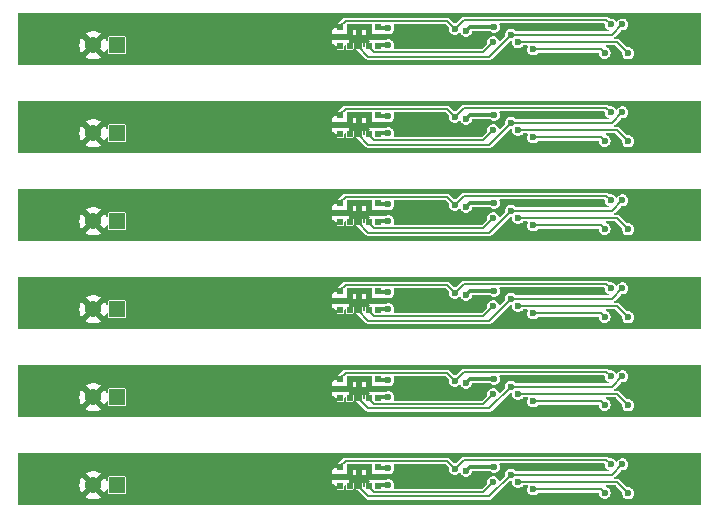
<source format=gbr>
%TF.GenerationSoftware,KiCad,Pcbnew,7.0.7-7.0.7~ubuntu22.04.1*%
%TF.CreationDate,2023-09-16T17:49:39-05:00*%
%TF.ProjectId,TOF_PANELIZED,544f465f-5041-44e4-954c-495a45442e6b,000*%
%TF.SameCoordinates,Original*%
%TF.FileFunction,Copper,L2,Bot*%
%TF.FilePolarity,Positive*%
%FSLAX46Y46*%
G04 Gerber Fmt 4.6, Leading zero omitted, Abs format (unit mm)*
G04 Created by KiCad (PCBNEW 7.0.7-7.0.7~ubuntu22.04.1) date 2023-09-16 17:49:39*
%MOMM*%
%LPD*%
G01*
G04 APERTURE LIST*
%TA.AperFunction,ComponentPad*%
%ADD10R,1.368000X1.368000*%
%TD*%
%TA.AperFunction,ComponentPad*%
%ADD11C,1.368000*%
%TD*%
%TA.AperFunction,SMDPad,CuDef*%
%ADD12R,0.508000X0.508000*%
%TD*%
%TA.AperFunction,ViaPad*%
%ADD13C,0.600000*%
%TD*%
%TA.AperFunction,Conductor*%
%ADD14C,0.300000*%
%TD*%
%TA.AperFunction,Conductor*%
%ADD15C,0.150000*%
%TD*%
G04 APERTURE END LIST*
D10*
%TO.P,J2,1,1*%
%TO.N,VBATT*%
X56215000Y-67840000D03*
D11*
%TO.P,J2,2,2*%
%TO.N,GND*%
X54215000Y-67840000D03*
%TD*%
D10*
%TO.P,J2,1,1*%
%TO.N,VBATT*%
X56215000Y-60390000D03*
D11*
%TO.P,J2,2,2*%
%TO.N,GND*%
X54215000Y-60390000D03*
%TD*%
D10*
%TO.P,J2,1,1*%
%TO.N,VBATT*%
X56215000Y-38040000D03*
D11*
%TO.P,J2,2,2*%
%TO.N,GND*%
X54215000Y-38040000D03*
%TD*%
D10*
%TO.P,J2,1,1*%
%TO.N,VBATT*%
X56215000Y-30590000D03*
D11*
%TO.P,J2,2,2*%
%TO.N,GND*%
X54215000Y-30590000D03*
%TD*%
D10*
%TO.P,J2,1,1*%
%TO.N,VBATT*%
X56215000Y-52940000D03*
D11*
%TO.P,J2,2,2*%
%TO.N,GND*%
X54215000Y-52940000D03*
%TD*%
D10*
%TO.P,J2,1,1*%
%TO.N,VBATT*%
X56215000Y-45490000D03*
D11*
%TO.P,J2,2,2*%
%TO.N,GND*%
X54215000Y-45490000D03*
%TD*%
D12*
%TO.P,U2,1,AVDDVCSEL*%
%TO.N,V2.8*%
X78340200Y-51424900D03*
%TO.P,U2,2,AVSSVCSEL*%
%TO.N,GND*%
X77540100Y-51424900D03*
%TO.P,U2,3,GND*%
X76740000Y-51424900D03*
%TO.P,U2,4,GN2*%
X75939900Y-51424900D03*
%TO.P,U2,5,XSHUT*%
%TO.N,XSHUT2*%
X75139800Y-51424900D03*
%TO.P,U2,6,GND3*%
%TO.N,GND*%
X75139800Y-52225000D03*
%TO.P,U2,7,GPIO1*%
%TO.N,unconnected-(U2-GPIO1-Pad7)*%
X75139800Y-53025100D03*
%TO.P,U2,8,DNC*%
%TO.N,unconnected-(U2-DNC-Pad8)*%
X75939900Y-53025100D03*
%TO.P,U2,9,SDA*%
%TO.N,SDA*%
X76740000Y-53025100D03*
%TO.P,U2,10,SCL*%
%TO.N,SCL*%
X77540100Y-53025100D03*
%TO.P,U2,11,AVDD*%
%TO.N,V2.8*%
X78340200Y-53025100D03*
%TO.P,U2,12,GND4*%
%TO.N,GND*%
X78340200Y-52225000D03*
%TD*%
%TO.P,U2,1,AVDDVCSEL*%
%TO.N,V2.8*%
X78340200Y-29074900D03*
%TO.P,U2,2,AVSSVCSEL*%
%TO.N,GND*%
X77540100Y-29074900D03*
%TO.P,U2,3,GND*%
X76740000Y-29074900D03*
%TO.P,U2,4,GN2*%
X75939900Y-29074900D03*
%TO.P,U2,5,XSHUT*%
%TO.N,XSHUT2*%
X75139800Y-29074900D03*
%TO.P,U2,6,GND3*%
%TO.N,GND*%
X75139800Y-29875000D03*
%TO.P,U2,7,GPIO1*%
%TO.N,unconnected-(U2-GPIO1-Pad7)*%
X75139800Y-30675100D03*
%TO.P,U2,8,DNC*%
%TO.N,unconnected-(U2-DNC-Pad8)*%
X75939900Y-30675100D03*
%TO.P,U2,9,SDA*%
%TO.N,SDA*%
X76740000Y-30675100D03*
%TO.P,U2,10,SCL*%
%TO.N,SCL*%
X77540100Y-30675100D03*
%TO.P,U2,11,AVDD*%
%TO.N,V2.8*%
X78340200Y-30675100D03*
%TO.P,U2,12,GND4*%
%TO.N,GND*%
X78340200Y-29875000D03*
%TD*%
%TO.P,U2,1,AVDDVCSEL*%
%TO.N,V2.8*%
X78340200Y-36524900D03*
%TO.P,U2,2,AVSSVCSEL*%
%TO.N,GND*%
X77540100Y-36524900D03*
%TO.P,U2,3,GND*%
X76740000Y-36524900D03*
%TO.P,U2,4,GN2*%
X75939900Y-36524900D03*
%TO.P,U2,5,XSHUT*%
%TO.N,XSHUT2*%
X75139800Y-36524900D03*
%TO.P,U2,6,GND3*%
%TO.N,GND*%
X75139800Y-37325000D03*
%TO.P,U2,7,GPIO1*%
%TO.N,unconnected-(U2-GPIO1-Pad7)*%
X75139800Y-38125100D03*
%TO.P,U2,8,DNC*%
%TO.N,unconnected-(U2-DNC-Pad8)*%
X75939900Y-38125100D03*
%TO.P,U2,9,SDA*%
%TO.N,SDA*%
X76740000Y-38125100D03*
%TO.P,U2,10,SCL*%
%TO.N,SCL*%
X77540100Y-38125100D03*
%TO.P,U2,11,AVDD*%
%TO.N,V2.8*%
X78340200Y-38125100D03*
%TO.P,U2,12,GND4*%
%TO.N,GND*%
X78340200Y-37325000D03*
%TD*%
%TO.P,U2,1,AVDDVCSEL*%
%TO.N,V2.8*%
X78340200Y-66324900D03*
%TO.P,U2,2,AVSSVCSEL*%
%TO.N,GND*%
X77540100Y-66324900D03*
%TO.P,U2,3,GND*%
X76740000Y-66324900D03*
%TO.P,U2,4,GN2*%
X75939900Y-66324900D03*
%TO.P,U2,5,XSHUT*%
%TO.N,XSHUT2*%
X75139800Y-66324900D03*
%TO.P,U2,6,GND3*%
%TO.N,GND*%
X75139800Y-67125000D03*
%TO.P,U2,7,GPIO1*%
%TO.N,unconnected-(U2-GPIO1-Pad7)*%
X75139800Y-67925100D03*
%TO.P,U2,8,DNC*%
%TO.N,unconnected-(U2-DNC-Pad8)*%
X75939900Y-67925100D03*
%TO.P,U2,9,SDA*%
%TO.N,SDA*%
X76740000Y-67925100D03*
%TO.P,U2,10,SCL*%
%TO.N,SCL*%
X77540100Y-67925100D03*
%TO.P,U2,11,AVDD*%
%TO.N,V2.8*%
X78340200Y-67925100D03*
%TO.P,U2,12,GND4*%
%TO.N,GND*%
X78340200Y-67125000D03*
%TD*%
%TO.P,U2,1,AVDDVCSEL*%
%TO.N,V2.8*%
X78340200Y-43974900D03*
%TO.P,U2,2,AVSSVCSEL*%
%TO.N,GND*%
X77540100Y-43974900D03*
%TO.P,U2,3,GND*%
X76740000Y-43974900D03*
%TO.P,U2,4,GN2*%
X75939900Y-43974900D03*
%TO.P,U2,5,XSHUT*%
%TO.N,XSHUT2*%
X75139800Y-43974900D03*
%TO.P,U2,6,GND3*%
%TO.N,GND*%
X75139800Y-44775000D03*
%TO.P,U2,7,GPIO1*%
%TO.N,unconnected-(U2-GPIO1-Pad7)*%
X75139800Y-45575100D03*
%TO.P,U2,8,DNC*%
%TO.N,unconnected-(U2-DNC-Pad8)*%
X75939900Y-45575100D03*
%TO.P,U2,9,SDA*%
%TO.N,SDA*%
X76740000Y-45575100D03*
%TO.P,U2,10,SCL*%
%TO.N,SCL*%
X77540100Y-45575100D03*
%TO.P,U2,11,AVDD*%
%TO.N,V2.8*%
X78340200Y-45575100D03*
%TO.P,U2,12,GND4*%
%TO.N,GND*%
X78340200Y-44775000D03*
%TD*%
%TO.P,U2,1,AVDDVCSEL*%
%TO.N,V2.8*%
X78340200Y-58874900D03*
%TO.P,U2,2,AVSSVCSEL*%
%TO.N,GND*%
X77540100Y-58874900D03*
%TO.P,U2,3,GND*%
X76740000Y-58874900D03*
%TO.P,U2,4,GN2*%
X75939900Y-58874900D03*
%TO.P,U2,5,XSHUT*%
%TO.N,XSHUT2*%
X75139800Y-58874900D03*
%TO.P,U2,6,GND3*%
%TO.N,GND*%
X75139800Y-59675000D03*
%TO.P,U2,7,GPIO1*%
%TO.N,unconnected-(U2-GPIO1-Pad7)*%
X75139800Y-60475100D03*
%TO.P,U2,8,DNC*%
%TO.N,unconnected-(U2-DNC-Pad8)*%
X75939900Y-60475100D03*
%TO.P,U2,9,SDA*%
%TO.N,SDA*%
X76740000Y-60475100D03*
%TO.P,U2,10,SCL*%
%TO.N,SCL*%
X77540100Y-60475100D03*
%TO.P,U2,11,AVDD*%
%TO.N,V2.8*%
X78340200Y-60475100D03*
%TO.P,U2,12,GND4*%
%TO.N,GND*%
X78340200Y-59675000D03*
%TD*%
D13*
%TO.N,GND*%
X48882533Y-53675000D03*
X71450000Y-59805000D03*
X73150000Y-28675000D03*
X104830000Y-58475000D03*
X58910000Y-37465000D03*
X48882533Y-58475000D03*
X48882533Y-61125000D03*
X48882533Y-31325000D03*
X104830000Y-31325000D03*
X71450000Y-67255000D03*
X58910000Y-30015000D03*
X104830000Y-68575000D03*
X48882533Y-65925000D03*
X98515000Y-38735000D03*
X104830000Y-43575000D03*
X73150000Y-58475000D03*
X73150000Y-53395000D03*
X96180000Y-36510000D03*
X96180000Y-51410000D03*
X73150000Y-43575000D03*
X48882533Y-51025000D03*
X80804992Y-60015008D03*
X100015000Y-36285000D03*
X71450000Y-52355000D03*
X58910000Y-44915000D03*
X71450000Y-30005000D03*
X58910000Y-59815000D03*
X96180000Y-29060000D03*
X104830000Y-38775000D03*
X100015000Y-58635000D03*
X73150000Y-65925000D03*
X48882533Y-38775000D03*
X73150000Y-45945000D03*
X100015000Y-43735000D03*
X104830000Y-61125000D03*
X104830000Y-53675000D03*
X98515000Y-53635000D03*
X73150000Y-38495000D03*
X98515000Y-68535000D03*
X73150000Y-68295000D03*
X73150000Y-60845000D03*
X65180000Y-67255000D03*
X98515000Y-46185000D03*
X48882533Y-36125000D03*
X65180000Y-52355000D03*
X65180000Y-37455000D03*
X73150000Y-51025000D03*
X58910000Y-67265000D03*
X58910000Y-52365000D03*
X104830000Y-36125000D03*
X80804992Y-67465008D03*
X104830000Y-65925000D03*
X80804992Y-37665008D03*
X48882533Y-28675000D03*
X48882533Y-43575000D03*
X100015000Y-66085000D03*
X98515000Y-31285000D03*
X96180000Y-43960000D03*
X104830000Y-28675000D03*
X80804992Y-30215008D03*
X80804992Y-52565008D03*
X48882533Y-68575000D03*
X65180000Y-59805000D03*
X48882533Y-46225000D03*
X100015000Y-51185000D03*
X104830000Y-46225000D03*
X98515000Y-61085000D03*
X65180000Y-30005000D03*
X65180000Y-44905000D03*
X104830000Y-51025000D03*
X71450000Y-44905000D03*
X96180000Y-66310000D03*
X100015000Y-28835000D03*
X96180000Y-58860000D03*
X73150000Y-31045000D03*
X71450000Y-37455000D03*
X80804992Y-45115008D03*
X73150000Y-36125000D03*
%TO.N,V2.8*%
X79200000Y-60380000D03*
X88149998Y-51400002D03*
X88149998Y-43950002D03*
X79200000Y-66420000D03*
X88149998Y-66300002D03*
X79200000Y-36620000D03*
X88149998Y-29050002D03*
X85770000Y-51730000D03*
X88149998Y-36500002D03*
X79200000Y-52930000D03*
X79200000Y-51520000D03*
X79200000Y-44070000D03*
X85770000Y-36830000D03*
X79200000Y-38030000D03*
X79200000Y-29170000D03*
X79200000Y-67830000D03*
X85770000Y-44280000D03*
X85770000Y-29380000D03*
X79200000Y-30580000D03*
X88149998Y-58850002D03*
X85770000Y-59180000D03*
X79200000Y-45480000D03*
X79200000Y-58970000D03*
X85770000Y-66630000D03*
%TO.N,XSHUT2*%
X84826984Y-59013000D03*
X98015000Y-43735000D03*
X98015000Y-51185000D03*
X98015000Y-66085000D03*
X98015000Y-28835000D03*
X98015000Y-36285000D03*
X84826984Y-51563000D03*
X84826984Y-29213000D03*
X84826984Y-36663000D03*
X98015000Y-58635000D03*
X84826984Y-44113000D03*
X84826984Y-66463000D03*
%TO.N,XSHUT1*%
X97515000Y-38685000D03*
X91460000Y-30950000D03*
X91460000Y-60750000D03*
X97515000Y-31235000D03*
X91460000Y-38400000D03*
X97515000Y-53585000D03*
X97515000Y-68485000D03*
X97515000Y-61035000D03*
X91460000Y-68200000D03*
X91460000Y-45850000D03*
X91460000Y-53300000D03*
X97515000Y-46135000D03*
%TO.N,SDA*%
X99015000Y-51185000D03*
X99015000Y-66085000D03*
X89590000Y-44610000D03*
X89590000Y-29710000D03*
X99015000Y-28835000D03*
X89590000Y-37160000D03*
X89590000Y-52060000D03*
X89590000Y-59510000D03*
X89590000Y-66960000D03*
X99015000Y-36285000D03*
X99015000Y-43735000D03*
X99015000Y-58635000D03*
%TO.N,SCL*%
X90170000Y-60130002D03*
X88060002Y-30330002D03*
X88060002Y-52680002D03*
X88060002Y-60130002D03*
X88060002Y-67580002D03*
X90170000Y-30330002D03*
X99515000Y-31285000D03*
X99515000Y-38735000D03*
X99515000Y-61085000D03*
X90170000Y-52680002D03*
X90170000Y-45230002D03*
X88060002Y-37780002D03*
X99515000Y-68535000D03*
X88060002Y-45230002D03*
X90170000Y-37780002D03*
X99515000Y-46185000D03*
X90170000Y-67580002D03*
X99515000Y-53635000D03*
%TD*%
D14*
%TO.N,GND*%
X78339946Y-52225000D02*
X75140054Y-52225000D01*
X78339946Y-59675000D02*
X80464984Y-59675000D01*
X77540001Y-58875027D02*
X77540001Y-59675000D01*
X78339946Y-44775000D02*
X75140054Y-44775000D01*
X75939999Y-43975027D02*
X75939999Y-44775000D01*
X77540001Y-51425027D02*
X77540001Y-52225000D01*
X76740000Y-36525027D02*
X76740000Y-37325000D01*
X77540001Y-29075027D02*
X77540001Y-29875000D01*
X76740000Y-58875027D02*
X76740000Y-59675000D01*
X75939999Y-36525027D02*
X75939999Y-37325000D01*
X80464984Y-29875000D02*
X80804992Y-30215008D01*
X78339946Y-67125000D02*
X75140054Y-67125000D01*
X76740000Y-29075027D02*
X76740000Y-29875000D01*
X78339946Y-67125000D02*
X80464984Y-67125000D01*
X77540001Y-66325027D02*
X77540001Y-67125000D01*
X76740000Y-43975027D02*
X76740000Y-44775000D01*
X80464984Y-44775000D02*
X80804992Y-45115008D01*
X80464984Y-37325000D02*
X80804992Y-37665008D01*
X78339946Y-37325000D02*
X80464984Y-37325000D01*
X75939999Y-29075027D02*
X75939999Y-29875000D01*
X80464984Y-52225000D02*
X80804992Y-52565008D01*
X78339946Y-44775000D02*
X80464984Y-44775000D01*
X78339946Y-29875000D02*
X75140054Y-29875000D01*
X78339946Y-52225000D02*
X80464984Y-52225000D01*
X78339946Y-29875000D02*
X80464984Y-29875000D01*
X78339946Y-37325000D02*
X75140054Y-37325000D01*
X75939999Y-51425027D02*
X75939999Y-52225000D01*
X76740000Y-51425027D02*
X76740000Y-52225000D01*
X80464984Y-67125000D02*
X80804992Y-67465008D01*
X77540001Y-36525027D02*
X77540001Y-37325000D01*
X76740000Y-66325027D02*
X76740000Y-67125000D01*
X78339946Y-59675000D02*
X75140054Y-59675000D01*
X75939999Y-58875027D02*
X75939999Y-59675000D01*
X80464984Y-59675000D02*
X80804992Y-60015008D01*
X77540001Y-43975027D02*
X77540001Y-44775000D01*
X75939999Y-66325027D02*
X75939999Y-67125000D01*
%TO.N,V2.8*%
X86099998Y-36500002D02*
X85770000Y-36830000D01*
X79200000Y-66420000D02*
X78339999Y-66420000D01*
X79200000Y-52930000D02*
X78339999Y-52930000D01*
X79200000Y-45480000D02*
X78339999Y-45480000D01*
X86099998Y-43950002D02*
X85770000Y-44280000D01*
X79200000Y-51520000D02*
X78339999Y-51520000D01*
X88149998Y-58850002D02*
X86099998Y-58850002D01*
X86099998Y-51400002D02*
X85770000Y-51730000D01*
X88149998Y-36500002D02*
X86099998Y-36500002D01*
X79200000Y-29170000D02*
X78339999Y-29170000D01*
X86099998Y-66300002D02*
X85770000Y-66630000D01*
X88149998Y-43950002D02*
X86099998Y-43950002D01*
X79200000Y-44070000D02*
X78339999Y-44070000D01*
X88149998Y-66300002D02*
X86099998Y-66300002D01*
X86099998Y-29050002D02*
X85770000Y-29380000D01*
X79200000Y-30580000D02*
X78339999Y-30580000D01*
X79200000Y-38030000D02*
X78339999Y-38030000D01*
X79200000Y-58970000D02*
X78339999Y-58970000D01*
X88149998Y-29050002D02*
X86099998Y-29050002D01*
X79200000Y-67830000D02*
X78339999Y-67830000D01*
X79200000Y-36620000D02*
X78339999Y-36620000D01*
X86099998Y-58850002D02*
X85770000Y-59180000D01*
X88149998Y-51400002D02*
X86099998Y-51400002D01*
X79200000Y-60380000D02*
X78339999Y-60380000D01*
D15*
%TO.N,XSHUT2*%
X75140001Y-51425027D02*
X75140001Y-51319999D01*
X75570000Y-43440000D02*
X84153984Y-43440000D01*
X75140001Y-36525027D02*
X75140001Y-36419999D01*
X97640000Y-28460000D02*
X85579984Y-28460000D01*
X97640000Y-65710000D02*
X85579984Y-65710000D01*
X98015000Y-51185000D02*
X97640000Y-50810000D01*
X85579984Y-43360000D02*
X84826984Y-44113000D01*
X97640000Y-58260000D02*
X85579984Y-58260000D01*
X85579984Y-58260000D02*
X84826984Y-59013000D01*
X84153984Y-50890000D02*
X84826984Y-51563000D01*
X75140001Y-43975027D02*
X75140001Y-43869999D01*
X84153984Y-65790000D02*
X84826984Y-66463000D01*
X75140001Y-66219999D02*
X75570000Y-65790000D01*
X97640000Y-50810000D02*
X85579984Y-50810000D01*
X75140001Y-51319999D02*
X75570000Y-50890000D01*
X85579984Y-50810000D02*
X84826984Y-51563000D01*
X75570000Y-50890000D02*
X84153984Y-50890000D01*
X97640000Y-43360000D02*
X85579984Y-43360000D01*
X85579984Y-65710000D02*
X84826984Y-66463000D01*
X75140001Y-58769999D02*
X75570000Y-58340000D01*
X84153984Y-58340000D02*
X84826984Y-59013000D01*
X75570000Y-35990000D02*
X84153984Y-35990000D01*
X97640000Y-35910000D02*
X85579984Y-35910000D01*
X75570000Y-65790000D02*
X84153984Y-65790000D01*
X75140001Y-28969999D02*
X75570000Y-28540000D01*
X75140001Y-58875027D02*
X75140001Y-58769999D01*
X98015000Y-43735000D02*
X97640000Y-43360000D01*
X85579984Y-35910000D02*
X84826984Y-36663000D01*
X75140001Y-36419999D02*
X75570000Y-35990000D01*
X98015000Y-58635000D02*
X97640000Y-58260000D01*
X84153984Y-43440000D02*
X84826984Y-44113000D01*
X75140001Y-29075027D02*
X75140001Y-28969999D01*
X85579984Y-28460000D02*
X84826984Y-29213000D01*
X98015000Y-28835000D02*
X97640000Y-28460000D01*
X75570000Y-28540000D02*
X84153984Y-28540000D01*
X84153984Y-28540000D02*
X84826984Y-29213000D01*
X75570000Y-58340000D02*
X84153984Y-58340000D01*
X84153984Y-35990000D02*
X84826984Y-36663000D01*
X98015000Y-36285000D02*
X97640000Y-35910000D01*
X98015000Y-66085000D02*
X97640000Y-65710000D01*
X75140001Y-43869999D02*
X75570000Y-43440000D01*
X75140001Y-66325027D02*
X75140001Y-66219999D01*
%TO.N,XSHUT1*%
X91460000Y-30950000D02*
X97230000Y-30950000D01*
X97230000Y-68200000D02*
X97515000Y-68485000D01*
X91460000Y-53300000D02*
X97230000Y-53300000D01*
X97230000Y-45850000D02*
X97515000Y-46135000D01*
X91460000Y-45850000D02*
X97230000Y-45850000D01*
X97230000Y-30950000D02*
X97515000Y-31235000D01*
X91460000Y-60750000D02*
X97230000Y-60750000D01*
X91460000Y-68200000D02*
X97230000Y-68200000D01*
X97230000Y-53300000D02*
X97515000Y-53585000D01*
X97230000Y-60750000D02*
X97515000Y-61035000D01*
X91460000Y-38400000D02*
X97230000Y-38400000D01*
X97230000Y-38400000D02*
X97515000Y-38685000D01*
%TO.N,SDA*%
X76740000Y-38124973D02*
X76740000Y-38230000D01*
X76740000Y-53024973D02*
X76740000Y-53130000D01*
X99015000Y-28835000D02*
X98140000Y-29710000D01*
X76740000Y-30674973D02*
X76740000Y-30780000D01*
X76740000Y-60580000D02*
X77513984Y-61353984D01*
X77513984Y-53903984D02*
X87746016Y-53903984D01*
X98140000Y-66960000D02*
X89590000Y-66960000D01*
X87746016Y-31553984D02*
X89590000Y-29710000D01*
X98140000Y-29710000D02*
X89590000Y-29710000D01*
X77513984Y-61353984D02*
X87746016Y-61353984D01*
X77513984Y-46453984D02*
X87746016Y-46453984D01*
X76740000Y-45574973D02*
X76740000Y-45680000D01*
X76740000Y-45680000D02*
X77513984Y-46453984D01*
X98140000Y-44610000D02*
X89590000Y-44610000D01*
X98140000Y-37160000D02*
X89590000Y-37160000D01*
X76740000Y-60474973D02*
X76740000Y-60580000D01*
X77513984Y-68803984D02*
X87746016Y-68803984D01*
X99015000Y-36285000D02*
X98140000Y-37160000D01*
X76740000Y-53130000D02*
X77513984Y-53903984D01*
X99015000Y-43735000D02*
X98140000Y-44610000D01*
X98140000Y-59510000D02*
X89590000Y-59510000D01*
X76740000Y-67924973D02*
X76740000Y-68030000D01*
X87746016Y-46453984D02*
X89590000Y-44610000D01*
X76740000Y-38230000D02*
X77513984Y-39003984D01*
X87746016Y-53903984D02*
X89590000Y-52060000D01*
X87746016Y-39003984D02*
X89590000Y-37160000D01*
X98140000Y-52060000D02*
X89590000Y-52060000D01*
X76740000Y-30780000D02*
X77513984Y-31553984D01*
X99015000Y-66085000D02*
X98140000Y-66960000D01*
X77513984Y-39003984D02*
X87746016Y-39003984D01*
X99015000Y-51185000D02*
X98140000Y-52060000D01*
X87746016Y-68803984D02*
X89590000Y-66960000D01*
X76740000Y-68030000D02*
X77513984Y-68803984D01*
X77513984Y-31553984D02*
X87746016Y-31553984D01*
X99015000Y-58635000D02*
X98140000Y-59510000D01*
X87746016Y-61353984D02*
X89590000Y-59510000D01*
%TO.N,SCL*%
X77540001Y-60474973D02*
X77540001Y-60580001D01*
X77540001Y-68030001D02*
X77963974Y-68453974D01*
X87186030Y-46103974D02*
X88060002Y-45230002D01*
X77540001Y-45574973D02*
X77540001Y-45680001D01*
X99515000Y-31285000D02*
X98560002Y-30330002D01*
X77963974Y-31203974D02*
X87186030Y-31203974D01*
X77540001Y-30780001D02*
X77963974Y-31203974D01*
X98560002Y-37780002D02*
X90170000Y-37780002D01*
X77963974Y-61003974D02*
X87186030Y-61003974D01*
X87186030Y-31203974D02*
X88060002Y-30330002D01*
X99515000Y-53635000D02*
X98560002Y-52680002D01*
X77540001Y-30674973D02*
X77540001Y-30780001D01*
X77963974Y-68453974D02*
X87186030Y-68453974D01*
X87186030Y-61003974D02*
X88060002Y-60130002D01*
X87186030Y-68453974D02*
X88060002Y-67580002D01*
X98560002Y-30330002D02*
X90170000Y-30330002D01*
X99515000Y-68535000D02*
X98560002Y-67580002D01*
X77540001Y-53024973D02*
X77540001Y-53130001D01*
X98560002Y-52680002D02*
X90170000Y-52680002D01*
X77540001Y-67924973D02*
X77540001Y-68030001D01*
X98560002Y-60130002D02*
X90170000Y-60130002D01*
X98560002Y-67580002D02*
X90170000Y-67580002D01*
X77540001Y-60580001D02*
X77963974Y-61003974D01*
X99515000Y-38735000D02*
X98560002Y-37780002D01*
X99515000Y-61085000D02*
X98560002Y-60130002D01*
X87186030Y-38653974D02*
X88060002Y-37780002D01*
X77540001Y-38124973D02*
X77540001Y-38230001D01*
X77540001Y-38230001D02*
X77963974Y-38653974D01*
X98560002Y-45230002D02*
X90170000Y-45230002D01*
X77963974Y-38653974D02*
X87186030Y-38653974D01*
X77540001Y-53130001D02*
X77963974Y-53553974D01*
X77540001Y-45680001D02*
X77963974Y-46103974D01*
X99515000Y-46185000D02*
X98560002Y-45230002D01*
X77963974Y-53553974D02*
X87186030Y-53553974D01*
X87186030Y-53553974D02*
X88060002Y-52680002D01*
X77963974Y-46103974D02*
X87186030Y-46103974D01*
%TD*%
%TA.AperFunction,Conductor*%
%TO.N,GND*%
G36*
X105653566Y-35327813D02*
G01*
X105678876Y-35371650D01*
X105680000Y-35384500D01*
X105680000Y-39631000D01*
X105662687Y-39678566D01*
X105618850Y-39703876D01*
X105606000Y-39705000D01*
X47914000Y-39705000D01*
X47866434Y-39687687D01*
X47841124Y-39643850D01*
X47840000Y-39631000D01*
X47840000Y-38040003D01*
X53025928Y-38040003D01*
X53046172Y-38258479D01*
X53046174Y-38258492D01*
X53106221Y-38469536D01*
X53106223Y-38469541D01*
X53204031Y-38665967D01*
X53204033Y-38665970D01*
X53217561Y-38683883D01*
X53703696Y-38197749D01*
X53749572Y-38176357D01*
X53798467Y-38189458D01*
X53824906Y-38223039D01*
X53838403Y-38257428D01*
X53881228Y-38311129D01*
X53919222Y-38358773D01*
X54026323Y-38431793D01*
X54031317Y-38434198D01*
X54030452Y-38435994D01*
X54064281Y-38461606D01*
X54075557Y-38510954D01*
X54054455Y-38554096D01*
X53573293Y-39035258D01*
X53684980Y-39104410D01*
X53684990Y-39104415D01*
X53889591Y-39183678D01*
X54105282Y-39223999D01*
X54105286Y-39224000D01*
X54324714Y-39224000D01*
X54324717Y-39223999D01*
X54540408Y-39183678D01*
X54745009Y-39104415D01*
X54745019Y-39104410D01*
X54856704Y-39035257D01*
X54372246Y-38550799D01*
X54350854Y-38504923D01*
X54363955Y-38456028D01*
X54392465Y-38431801D01*
X54459964Y-38399296D01*
X54554985Y-38311129D01*
X54610973Y-38214154D01*
X54649747Y-38181619D01*
X54700366Y-38181619D01*
X54727383Y-38198830D01*
X55212437Y-38683883D01*
X55225970Y-38665963D01*
X55323776Y-38469541D01*
X55335324Y-38428954D01*
X55364992Y-38387940D01*
X55414082Y-38375592D01*
X55459624Y-38397688D01*
X55480309Y-38443888D01*
X55480500Y-38449203D01*
X55480500Y-38728970D01*
X55483430Y-38743703D01*
X55483430Y-38743704D01*
X55494592Y-38760408D01*
X55511296Y-38771570D01*
X55511295Y-38771570D01*
X55513739Y-38772055D01*
X55526027Y-38774500D01*
X56903972Y-38774499D01*
X56918704Y-38771570D01*
X56935408Y-38760408D01*
X56946570Y-38743704D01*
X56949500Y-38728973D01*
X56949499Y-37575000D01*
X74385800Y-37575000D01*
X74385800Y-37626828D01*
X74392202Y-37686375D01*
X74392203Y-37686380D01*
X74442445Y-37821087D01*
X74442446Y-37821088D01*
X74528611Y-37936188D01*
X74643711Y-38022353D01*
X74643712Y-38022354D01*
X74782761Y-38074216D01*
X74782378Y-38075242D01*
X74820623Y-38100354D01*
X74835300Y-38144589D01*
X74835300Y-38384070D01*
X74838230Y-38398804D01*
X74846798Y-38411627D01*
X74849392Y-38415508D01*
X74866096Y-38426670D01*
X74866095Y-38426670D01*
X74868539Y-38427155D01*
X74880827Y-38429600D01*
X75398772Y-38429599D01*
X75413504Y-38426670D01*
X75430208Y-38415508D01*
X75441370Y-38398804D01*
X75444300Y-38384073D01*
X75444299Y-38144587D01*
X75461612Y-38097023D01*
X75497171Y-38075109D01*
X75496838Y-38074216D01*
X75535539Y-38059781D01*
X75586157Y-38059379D01*
X75625190Y-38091607D01*
X75635400Y-38129115D01*
X75635400Y-38384070D01*
X75638330Y-38398804D01*
X75646898Y-38411627D01*
X75649492Y-38415508D01*
X75666196Y-38426670D01*
X75666195Y-38426670D01*
X75668639Y-38427155D01*
X75680927Y-38429600D01*
X76198872Y-38429599D01*
X76213604Y-38426670D01*
X76230308Y-38415508D01*
X76241470Y-38398804D01*
X76244400Y-38384073D01*
X76244399Y-37866128D01*
X76241470Y-37851396D01*
X76230308Y-37834692D01*
X76213604Y-37823530D01*
X76213603Y-37823529D01*
X76198873Y-37820600D01*
X75943915Y-37820600D01*
X75896349Y-37803287D01*
X75871039Y-37759450D01*
X75874581Y-37720739D01*
X75887397Y-37686377D01*
X75887397Y-37686375D01*
X75893800Y-37626828D01*
X75893800Y-37575000D01*
X74385800Y-37575000D01*
X56949499Y-37575000D01*
X56949499Y-37351028D01*
X56946570Y-37336296D01*
X56935408Y-37319592D01*
X56918704Y-37308430D01*
X56918701Y-37308429D01*
X56918704Y-37308429D01*
X56906416Y-37305985D01*
X56903973Y-37305500D01*
X56903972Y-37305500D01*
X55526029Y-37305500D01*
X55511295Y-37308430D01*
X55494592Y-37319591D01*
X55483429Y-37336296D01*
X55480499Y-37351027D01*
X55480500Y-37630794D01*
X55463187Y-37678360D01*
X55419350Y-37703670D01*
X55369500Y-37694880D01*
X55336963Y-37656103D01*
X55335325Y-37651045D01*
X55323778Y-37610462D01*
X55323776Y-37610458D01*
X55225968Y-37414032D01*
X55225966Y-37414030D01*
X55212437Y-37396114D01*
X54726303Y-37882248D01*
X54680426Y-37903640D01*
X54631532Y-37890539D01*
X54605092Y-37856957D01*
X54591597Y-37822572D01*
X54510778Y-37721227D01*
X54510066Y-37720741D01*
X54403676Y-37648206D01*
X54398683Y-37645802D01*
X54399545Y-37644011D01*
X54365699Y-37618365D01*
X54354445Y-37569013D01*
X54375543Y-37525902D01*
X54826445Y-37075000D01*
X74385800Y-37075000D01*
X75689900Y-37075000D01*
X75689900Y-36774900D01*
X76189900Y-36774900D01*
X76189900Y-37278900D01*
X76241729Y-37278900D01*
X76301275Y-37272497D01*
X76314086Y-37267719D01*
X76364703Y-37267315D01*
X76365814Y-37267719D01*
X76378624Y-37272497D01*
X76438171Y-37278900D01*
X76490000Y-37278900D01*
X76490000Y-36774900D01*
X76990000Y-36774900D01*
X76990000Y-37278900D01*
X77041829Y-37278900D01*
X77101375Y-37272497D01*
X77114186Y-37267719D01*
X77164803Y-37267315D01*
X77165914Y-37267719D01*
X77178724Y-37272497D01*
X77238271Y-37278900D01*
X77290100Y-37278900D01*
X77290100Y-36774900D01*
X76990000Y-36774900D01*
X76490000Y-36774900D01*
X76189900Y-36774900D01*
X75689900Y-36774900D01*
X75689900Y-36348900D01*
X75707213Y-36301334D01*
X75751050Y-36276024D01*
X75763900Y-36274900D01*
X77716100Y-36274900D01*
X77763666Y-36292213D01*
X77788976Y-36336050D01*
X77790100Y-36348900D01*
X77790099Y-37074999D01*
X77790100Y-37075000D01*
X78963005Y-37075000D01*
X78984511Y-37079678D01*
X78984869Y-37078462D01*
X79128035Y-37120499D01*
X79128037Y-37120500D01*
X79128039Y-37120500D01*
X79271963Y-37120500D01*
X79271964Y-37120499D01*
X79410053Y-37079953D01*
X79531128Y-37002143D01*
X79625377Y-36893373D01*
X79685165Y-36762457D01*
X79705647Y-36620000D01*
X79685165Y-36477543D01*
X79636160Y-36370240D01*
X79632150Y-36319781D01*
X79661511Y-36278548D01*
X79703474Y-36265500D01*
X84009216Y-36265500D01*
X84056782Y-36282813D01*
X84061542Y-36287174D01*
X84309729Y-36535361D01*
X84331121Y-36581237D01*
X84330650Y-36598217D01*
X84321337Y-36662999D01*
X84341818Y-36805454D01*
X84341818Y-36805455D01*
X84341819Y-36805457D01*
X84370297Y-36867815D01*
X84401607Y-36936373D01*
X84495852Y-37045139D01*
X84495853Y-37045140D01*
X84495856Y-37045143D01*
X84616931Y-37122953D01*
X84723387Y-37154211D01*
X84755019Y-37163499D01*
X84755021Y-37163500D01*
X84755023Y-37163500D01*
X84898947Y-37163500D01*
X84898948Y-37163499D01*
X85037037Y-37122953D01*
X85158112Y-37045143D01*
X85187431Y-37011306D01*
X85231663Y-36986696D01*
X85281367Y-36996275D01*
X85310668Y-37029025D01*
X85344621Y-37103371D01*
X85438868Y-37212139D01*
X85438869Y-37212140D01*
X85438872Y-37212143D01*
X85559947Y-37289953D01*
X85622875Y-37308430D01*
X85698035Y-37330499D01*
X85698037Y-37330500D01*
X85698039Y-37330500D01*
X85841963Y-37330500D01*
X85841964Y-37330499D01*
X85980053Y-37289953D01*
X86101128Y-37212143D01*
X86195377Y-37103373D01*
X86255165Y-36972457D01*
X86263573Y-36913971D01*
X86287480Y-36869353D01*
X86334473Y-36850539D01*
X86336821Y-36850502D01*
X87757657Y-36850502D01*
X87805223Y-36867815D01*
X87813579Y-36876039D01*
X87818870Y-36882145D01*
X87939945Y-36959955D01*
X88031018Y-36986696D01*
X88078033Y-37000501D01*
X88078035Y-37000502D01*
X88078037Y-37000502D01*
X88221961Y-37000502D01*
X88221962Y-37000501D01*
X88360051Y-36959955D01*
X88481126Y-36882145D01*
X88575375Y-36773375D01*
X88635163Y-36642459D01*
X88655645Y-36500002D01*
X88636988Y-36370241D01*
X88635163Y-36357544D01*
X88604426Y-36290241D01*
X88600413Y-36239782D01*
X88629775Y-36198548D01*
X88671738Y-36185500D01*
X97438258Y-36185500D01*
X97485824Y-36202813D01*
X97511134Y-36246650D01*
X97511505Y-36270030D01*
X97509667Y-36282813D01*
X97509353Y-36285000D01*
X97514354Y-36319781D01*
X97529834Y-36427454D01*
X97529834Y-36427455D01*
X97529835Y-36427457D01*
X97579114Y-36535361D01*
X97589623Y-36558373D01*
X97683868Y-36667139D01*
X97683869Y-36667140D01*
X97683872Y-36667143D01*
X97804947Y-36744953D01*
X97809399Y-36747814D01*
X97807997Y-36749994D01*
X97837158Y-36778699D01*
X97841967Y-36829089D01*
X97813261Y-36870781D01*
X97770340Y-36884500D01*
X90047329Y-36884500D01*
X89999763Y-36867187D01*
X89991407Y-36858964D01*
X89921128Y-36777857D01*
X89864182Y-36741260D01*
X89800054Y-36700047D01*
X89800050Y-36700046D01*
X89661964Y-36659500D01*
X89661961Y-36659500D01*
X89518039Y-36659500D01*
X89518036Y-36659500D01*
X89379949Y-36700046D01*
X89379945Y-36700047D01*
X89258875Y-36777855D01*
X89258868Y-36777860D01*
X89164623Y-36886626D01*
X89104834Y-37017545D01*
X89084353Y-37160000D01*
X89093666Y-37224781D01*
X89083298Y-37274327D01*
X89072745Y-37287637D01*
X88672035Y-37688347D01*
X88626159Y-37709739D01*
X88577264Y-37696638D01*
X88548230Y-37655174D01*
X88546462Y-37646551D01*
X88545167Y-37637547D01*
X88545167Y-37637545D01*
X88485379Y-37506629D01*
X88430550Y-37443352D01*
X88391133Y-37397862D01*
X88391131Y-37397861D01*
X88391130Y-37397859D01*
X88318261Y-37351029D01*
X88270056Y-37320049D01*
X88270052Y-37320048D01*
X88131966Y-37279502D01*
X88131963Y-37279502D01*
X87988041Y-37279502D01*
X87988038Y-37279502D01*
X87849951Y-37320048D01*
X87849947Y-37320049D01*
X87728877Y-37397857D01*
X87728870Y-37397862D01*
X87634625Y-37506628D01*
X87574836Y-37637547D01*
X87554355Y-37780002D01*
X87563668Y-37844783D01*
X87553300Y-37894329D01*
X87542747Y-37907639D01*
X87093588Y-38356800D01*
X87047712Y-38378192D01*
X87041262Y-38378474D01*
X79706226Y-38378474D01*
X79658660Y-38361161D01*
X79633350Y-38317324D01*
X79638913Y-38273733D01*
X79685165Y-38172457D01*
X79705647Y-38030000D01*
X79685165Y-37887543D01*
X79625377Y-37756627D01*
X79601814Y-37729434D01*
X79531131Y-37647860D01*
X79531129Y-37647859D01*
X79531128Y-37647857D01*
X79427688Y-37581380D01*
X79410054Y-37570047D01*
X79410050Y-37570046D01*
X79271964Y-37529500D01*
X79271961Y-37529500D01*
X79128039Y-37529500D01*
X79128036Y-37529500D01*
X78984869Y-37571538D01*
X78984511Y-37570321D01*
X78963005Y-37575000D01*
X77586200Y-37575000D01*
X77586200Y-37626828D01*
X77592602Y-37686375D01*
X77592602Y-37686376D01*
X77605419Y-37720741D01*
X77605819Y-37771358D01*
X77573590Y-37810391D01*
X77536084Y-37820600D01*
X77281129Y-37820600D01*
X77266395Y-37823530D01*
X77249692Y-37834691D01*
X77238529Y-37851396D01*
X77235600Y-37866127D01*
X77235600Y-38157332D01*
X77218287Y-38204898D01*
X77174450Y-38230208D01*
X77124600Y-38221418D01*
X77109274Y-38209658D01*
X77066173Y-38166557D01*
X77044781Y-38120681D01*
X77044499Y-38114231D01*
X77044499Y-37866129D01*
X77044499Y-37866127D01*
X77041570Y-37851396D01*
X77030408Y-37834692D01*
X77013704Y-37823530D01*
X77013701Y-37823529D01*
X77013704Y-37823529D01*
X77001416Y-37821085D01*
X76998973Y-37820600D01*
X76998972Y-37820600D01*
X76481029Y-37820600D01*
X76466295Y-37823530D01*
X76449592Y-37834691D01*
X76438429Y-37851396D01*
X76435500Y-37866127D01*
X76435500Y-38384070D01*
X76438430Y-38398804D01*
X76446998Y-38411627D01*
X76449592Y-38415508D01*
X76466296Y-38426670D01*
X76466295Y-38426670D01*
X76469225Y-38427252D01*
X76481027Y-38429600D01*
X76519330Y-38429599D01*
X76566896Y-38446911D01*
X76571657Y-38451273D01*
X77294838Y-39174454D01*
X77304040Y-39185667D01*
X77315359Y-39202607D01*
X77315360Y-39202608D01*
X77335339Y-39215958D01*
X77335340Y-39215958D01*
X77338360Y-39217976D01*
X77338362Y-39217978D01*
X77364518Y-39235455D01*
X77406489Y-39263499D01*
X77486851Y-39279484D01*
X77486852Y-39279484D01*
X77513983Y-39284881D01*
X77513984Y-39284881D01*
X77533968Y-39280905D01*
X77548404Y-39279484D01*
X87711596Y-39279484D01*
X87726032Y-39280905D01*
X87746016Y-39284881D01*
X87746017Y-39284881D01*
X87750638Y-39283961D01*
X87773148Y-39279484D01*
X87773149Y-39279484D01*
X87853511Y-39263499D01*
X87895481Y-39235455D01*
X87921638Y-39217978D01*
X87921638Y-39217977D01*
X87929652Y-39212623D01*
X87929655Y-39212620D01*
X87944640Y-39202608D01*
X87955964Y-39185658D01*
X87965157Y-39174457D01*
X89457816Y-37681798D01*
X89503691Y-37660407D01*
X89512746Y-37660659D01*
X89512746Y-37660500D01*
X89596134Y-37660500D01*
X89643700Y-37677813D01*
X89669010Y-37721650D01*
X89669381Y-37745031D01*
X89664353Y-37780002D01*
X89684834Y-37922456D01*
X89744623Y-38053375D01*
X89838868Y-38162141D01*
X89838869Y-38162142D01*
X89838872Y-38162145D01*
X89959947Y-38239955D01*
X90066403Y-38271213D01*
X90098035Y-38280501D01*
X90098037Y-38280502D01*
X90098039Y-38280502D01*
X90241963Y-38280502D01*
X90241964Y-38280501D01*
X90380053Y-38239955D01*
X90501128Y-38162145D01*
X90571404Y-38081041D01*
X90615637Y-38056432D01*
X90627329Y-38055502D01*
X90951958Y-38055502D01*
X90999524Y-38072815D01*
X91024834Y-38116652D01*
X91019271Y-38160243D01*
X90974834Y-38257545D01*
X90954353Y-38400000D01*
X90974834Y-38542454D01*
X90974834Y-38542455D01*
X90974835Y-38542457D01*
X90997709Y-38592543D01*
X91034623Y-38673373D01*
X91128868Y-38782139D01*
X91128869Y-38782140D01*
X91128872Y-38782143D01*
X91249947Y-38859953D01*
X91356403Y-38891211D01*
X91388035Y-38900499D01*
X91388037Y-38900500D01*
X91388039Y-38900500D01*
X91531963Y-38900500D01*
X91531964Y-38900499D01*
X91670053Y-38859953D01*
X91791128Y-38782143D01*
X91861404Y-38701039D01*
X91905637Y-38676430D01*
X91917329Y-38675500D01*
X96943866Y-38675500D01*
X96991432Y-38692813D01*
X97016742Y-38736650D01*
X97017107Y-38738937D01*
X97020195Y-38760407D01*
X97029834Y-38827454D01*
X97029834Y-38827455D01*
X97029835Y-38827457D01*
X97063193Y-38900499D01*
X97089623Y-38958373D01*
X97183868Y-39067139D01*
X97183869Y-39067140D01*
X97183872Y-39067143D01*
X97304947Y-39144953D01*
X97405413Y-39174452D01*
X97443035Y-39185499D01*
X97443037Y-39185500D01*
X97443039Y-39185500D01*
X97586963Y-39185500D01*
X97586964Y-39185499D01*
X97593166Y-39183678D01*
X97725053Y-39144953D01*
X97846128Y-39067143D01*
X97940377Y-38958373D01*
X98000165Y-38827457D01*
X98020647Y-38685000D01*
X98000165Y-38542543D01*
X97940377Y-38411627D01*
X97874919Y-38336084D01*
X97846131Y-38302860D01*
X97846129Y-38302859D01*
X97846128Y-38302857D01*
X97777095Y-38258492D01*
X97725054Y-38225047D01*
X97725050Y-38225046D01*
X97641468Y-38200504D01*
X97600706Y-38170492D01*
X97588772Y-38121300D01*
X97611250Y-38075946D01*
X97657623Y-38055651D01*
X97662316Y-38055502D01*
X98415234Y-38055502D01*
X98462800Y-38072815D01*
X98467560Y-38077176D01*
X98997745Y-38607361D01*
X99019137Y-38653237D01*
X99018666Y-38670217D01*
X99009353Y-38734999D01*
X99009353Y-38735000D01*
X99013006Y-38760407D01*
X99029834Y-38877454D01*
X99089623Y-39008373D01*
X99183868Y-39117139D01*
X99183869Y-39117140D01*
X99183872Y-39117143D01*
X99273047Y-39174452D01*
X99290497Y-39185667D01*
X99304947Y-39194953D01*
X99383364Y-39217978D01*
X99443035Y-39235499D01*
X99443037Y-39235500D01*
X99443039Y-39235500D01*
X99586963Y-39235500D01*
X99586964Y-39235499D01*
X99587114Y-39235455D01*
X99725053Y-39194953D01*
X99846128Y-39117143D01*
X99940377Y-39008373D01*
X100000165Y-38877457D01*
X100020647Y-38735000D01*
X100000165Y-38592543D01*
X99940377Y-38461627D01*
X99884974Y-38397688D01*
X99846131Y-38352860D01*
X99846129Y-38352859D01*
X99846128Y-38352857D01*
X99781198Y-38311129D01*
X99725054Y-38275047D01*
X99725050Y-38275046D01*
X99586964Y-38234500D01*
X99586961Y-38234500D01*
X99443039Y-38234500D01*
X99437747Y-38234500D01*
X99437747Y-38232466D01*
X99396114Y-38223746D01*
X99382816Y-38213200D01*
X98779147Y-37609531D01*
X98769944Y-37598316D01*
X98758628Y-37581380D01*
X98758626Y-37581378D01*
X98738646Y-37568027D01*
X98738643Y-37568025D01*
X98729703Y-37562051D01*
X98699184Y-37541660D01*
X98675601Y-37525902D01*
X98667498Y-37520487D01*
X98667499Y-37520487D01*
X98627316Y-37512494D01*
X98587135Y-37504502D01*
X98587134Y-37504502D01*
X98587132Y-37504501D01*
X98560003Y-37499105D01*
X98560002Y-37499105D01*
X98540019Y-37503080D01*
X98525582Y-37504502D01*
X98364248Y-37504502D01*
X98316682Y-37487189D01*
X98291372Y-37443352D01*
X98299453Y-37397520D01*
X98298560Y-37397074D01*
X98298561Y-37397072D01*
X98299775Y-37395695D01*
X98300162Y-37393502D01*
X98323143Y-37368968D01*
X98323380Y-37368809D01*
X98338624Y-37358624D01*
X98349944Y-37341681D01*
X98359141Y-37330474D01*
X98882816Y-36806798D01*
X98928691Y-36785407D01*
X98937746Y-36785659D01*
X98937746Y-36785500D01*
X99086963Y-36785500D01*
X99086964Y-36785499D01*
X99225053Y-36744953D01*
X99346128Y-36667143D01*
X99440377Y-36558373D01*
X99500165Y-36427457D01*
X99520647Y-36285000D01*
X99500165Y-36142543D01*
X99440377Y-36011627D01*
X99346128Y-35902857D01*
X99289182Y-35866260D01*
X99225054Y-35825047D01*
X99225050Y-35825046D01*
X99086964Y-35784500D01*
X99086961Y-35784500D01*
X98943039Y-35784500D01*
X98943036Y-35784500D01*
X98804949Y-35825046D01*
X98804945Y-35825047D01*
X98683875Y-35902855D01*
X98683868Y-35902860D01*
X98589622Y-36011627D01*
X98582312Y-36027635D01*
X98546804Y-36063710D01*
X98496414Y-36068521D01*
X98454721Y-36039816D01*
X98447688Y-36027635D01*
X98440377Y-36011627D01*
X98346131Y-35902860D01*
X98346129Y-35902859D01*
X98346128Y-35902857D01*
X98289182Y-35866260D01*
X98225054Y-35825047D01*
X98225050Y-35825046D01*
X98086964Y-35784500D01*
X98086961Y-35784500D01*
X97943039Y-35784500D01*
X97937747Y-35784500D01*
X97937747Y-35782466D01*
X97896114Y-35773746D01*
X97882816Y-35763200D01*
X97859145Y-35739529D01*
X97849942Y-35728314D01*
X97838626Y-35711378D01*
X97838624Y-35711376D01*
X97835222Y-35709103D01*
X97818644Y-35698026D01*
X97818639Y-35698021D01*
X97789465Y-35678528D01*
X97747495Y-35650485D01*
X97747495Y-35650484D01*
X97667133Y-35634500D01*
X97667132Y-35634500D01*
X97667130Y-35634499D01*
X97640001Y-35629103D01*
X97640000Y-35629103D01*
X97620017Y-35633078D01*
X97605580Y-35634500D01*
X85614404Y-35634500D01*
X85599968Y-35633078D01*
X85579984Y-35629103D01*
X85579983Y-35629103D01*
X85552852Y-35634500D01*
X85552851Y-35634500D01*
X85536867Y-35637679D01*
X85472490Y-35650484D01*
X85472488Y-35650485D01*
X85430517Y-35678528D01*
X85404362Y-35696005D01*
X85381359Y-35711376D01*
X85381358Y-35711377D01*
X85370037Y-35728319D01*
X85360837Y-35739529D01*
X84959166Y-36141200D01*
X84913290Y-36162592D01*
X84904237Y-36162341D01*
X84904237Y-36162500D01*
X84749731Y-36162500D01*
X84749731Y-36160466D01*
X84708098Y-36151746D01*
X84694800Y-36141200D01*
X84373129Y-35819529D01*
X84363926Y-35808314D01*
X84352610Y-35791378D01*
X84352608Y-35791376D01*
X84339273Y-35782466D01*
X84332628Y-35778026D01*
X84332623Y-35778021D01*
X84303449Y-35758528D01*
X84261479Y-35730485D01*
X84250590Y-35728319D01*
X84181117Y-35714500D01*
X84181116Y-35714500D01*
X84181114Y-35714499D01*
X84153985Y-35709103D01*
X84153984Y-35709103D01*
X84134001Y-35713078D01*
X84119564Y-35714500D01*
X75604416Y-35714500D01*
X75589980Y-35713078D01*
X75570001Y-35709104D01*
X75569997Y-35709104D01*
X75545306Y-35714015D01*
X75545300Y-35714016D01*
X75462504Y-35730485D01*
X75396305Y-35774718D01*
X75371376Y-35791375D01*
X75371374Y-35791377D01*
X75360053Y-35808319D01*
X75350853Y-35819529D01*
X74971656Y-36198726D01*
X74925780Y-36220118D01*
X74919332Y-36220400D01*
X74880830Y-36220400D01*
X74866095Y-36223330D01*
X74849392Y-36234491D01*
X74838229Y-36251196D01*
X74835300Y-36265927D01*
X74835300Y-36505410D01*
X74817987Y-36552976D01*
X74782429Y-36574895D01*
X74782761Y-36575784D01*
X74643712Y-36627645D01*
X74643711Y-36627646D01*
X74528611Y-36713811D01*
X74442446Y-36828911D01*
X74442445Y-36828912D01*
X74392203Y-36963619D01*
X74392202Y-36963624D01*
X74385800Y-37023171D01*
X74385800Y-37075000D01*
X54826445Y-37075000D01*
X54856705Y-37044740D01*
X54745019Y-36975589D01*
X54745009Y-36975584D01*
X54540408Y-36896321D01*
X54324717Y-36856000D01*
X54105282Y-36856000D01*
X53889591Y-36896321D01*
X53684990Y-36975584D01*
X53684974Y-36975591D01*
X53573293Y-37044740D01*
X54057753Y-37529200D01*
X54079145Y-37575076D01*
X54066044Y-37623971D01*
X54037535Y-37648198D01*
X53970035Y-37680704D01*
X53875014Y-37768871D01*
X53819026Y-37865844D01*
X53780250Y-37898381D01*
X53729631Y-37898380D01*
X53702615Y-37881169D01*
X53217561Y-37396115D01*
X53204031Y-37414033D01*
X53204030Y-37414035D01*
X53106223Y-37610458D01*
X53106221Y-37610463D01*
X53046174Y-37821507D01*
X53046172Y-37821520D01*
X53025928Y-38039996D01*
X53025928Y-38040003D01*
X47840000Y-38040003D01*
X47840000Y-35384500D01*
X47857313Y-35336934D01*
X47901150Y-35311624D01*
X47914000Y-35310500D01*
X105606000Y-35310500D01*
X105653566Y-35327813D01*
G37*
%TD.AperFunction*%
%TD*%
%TA.AperFunction,Conductor*%
%TO.N,GND*%
G36*
X105653566Y-27877813D02*
G01*
X105678876Y-27921650D01*
X105680000Y-27934500D01*
X105680000Y-32181000D01*
X105662687Y-32228566D01*
X105618850Y-32253876D01*
X105606000Y-32255000D01*
X47914000Y-32255000D01*
X47866434Y-32237687D01*
X47841124Y-32193850D01*
X47840000Y-32181000D01*
X47840000Y-30590003D01*
X53025928Y-30590003D01*
X53046172Y-30808479D01*
X53046174Y-30808492D01*
X53106221Y-31019536D01*
X53106223Y-31019541D01*
X53204031Y-31215967D01*
X53204033Y-31215970D01*
X53217561Y-31233883D01*
X53703696Y-30747749D01*
X53749572Y-30726357D01*
X53798467Y-30739458D01*
X53824906Y-30773039D01*
X53838403Y-30807428D01*
X53881228Y-30861129D01*
X53919222Y-30908773D01*
X54026323Y-30981793D01*
X54031317Y-30984198D01*
X54030452Y-30985994D01*
X54064281Y-31011606D01*
X54075557Y-31060954D01*
X54054455Y-31104096D01*
X53573293Y-31585258D01*
X53684980Y-31654410D01*
X53684990Y-31654415D01*
X53889591Y-31733678D01*
X54105282Y-31773999D01*
X54105286Y-31774000D01*
X54324714Y-31774000D01*
X54324717Y-31773999D01*
X54540408Y-31733678D01*
X54745009Y-31654415D01*
X54745019Y-31654410D01*
X54856704Y-31585257D01*
X54372246Y-31100799D01*
X54350854Y-31054923D01*
X54363955Y-31006028D01*
X54392465Y-30981801D01*
X54459964Y-30949296D01*
X54554985Y-30861129D01*
X54610973Y-30764154D01*
X54649747Y-30731619D01*
X54700366Y-30731619D01*
X54727383Y-30748830D01*
X55212437Y-31233883D01*
X55225970Y-31215963D01*
X55323776Y-31019541D01*
X55335324Y-30978954D01*
X55364992Y-30937940D01*
X55414082Y-30925592D01*
X55459624Y-30947688D01*
X55480309Y-30993888D01*
X55480500Y-30999203D01*
X55480500Y-31278970D01*
X55483430Y-31293703D01*
X55483430Y-31293704D01*
X55494592Y-31310408D01*
X55511296Y-31321570D01*
X55511295Y-31321570D01*
X55513739Y-31322055D01*
X55526027Y-31324500D01*
X56903972Y-31324499D01*
X56918704Y-31321570D01*
X56935408Y-31310408D01*
X56946570Y-31293704D01*
X56949500Y-31278973D01*
X56949499Y-30125000D01*
X74385800Y-30125000D01*
X74385800Y-30176828D01*
X74392202Y-30236375D01*
X74392203Y-30236380D01*
X74442445Y-30371087D01*
X74442446Y-30371088D01*
X74528611Y-30486188D01*
X74643711Y-30572353D01*
X74643712Y-30572354D01*
X74782761Y-30624216D01*
X74782378Y-30625242D01*
X74820623Y-30650354D01*
X74835300Y-30694589D01*
X74835300Y-30934070D01*
X74838230Y-30948804D01*
X74846798Y-30961627D01*
X74849392Y-30965508D01*
X74866096Y-30976670D01*
X74866095Y-30976670D01*
X74868539Y-30977155D01*
X74880827Y-30979600D01*
X75398772Y-30979599D01*
X75413504Y-30976670D01*
X75430208Y-30965508D01*
X75441370Y-30948804D01*
X75444300Y-30934073D01*
X75444299Y-30694587D01*
X75461612Y-30647023D01*
X75497171Y-30625109D01*
X75496838Y-30624216D01*
X75535539Y-30609781D01*
X75586157Y-30609379D01*
X75625190Y-30641607D01*
X75635400Y-30679115D01*
X75635400Y-30934070D01*
X75638330Y-30948804D01*
X75646898Y-30961627D01*
X75649492Y-30965508D01*
X75666196Y-30976670D01*
X75666195Y-30976670D01*
X75668639Y-30977155D01*
X75680927Y-30979600D01*
X76198872Y-30979599D01*
X76213604Y-30976670D01*
X76230308Y-30965508D01*
X76241470Y-30948804D01*
X76244400Y-30934073D01*
X76244399Y-30416128D01*
X76241470Y-30401396D01*
X76230308Y-30384692D01*
X76213604Y-30373530D01*
X76213603Y-30373529D01*
X76198873Y-30370600D01*
X75943915Y-30370600D01*
X75896349Y-30353287D01*
X75871039Y-30309450D01*
X75874581Y-30270739D01*
X75887397Y-30236377D01*
X75887397Y-30236375D01*
X75893800Y-30176828D01*
X75893800Y-30125000D01*
X74385800Y-30125000D01*
X56949499Y-30125000D01*
X56949499Y-29901028D01*
X56946570Y-29886296D01*
X56935408Y-29869592D01*
X56918704Y-29858430D01*
X56918701Y-29858429D01*
X56918704Y-29858429D01*
X56906416Y-29855985D01*
X56903973Y-29855500D01*
X56903972Y-29855500D01*
X55526029Y-29855500D01*
X55511295Y-29858430D01*
X55494592Y-29869591D01*
X55483429Y-29886296D01*
X55480499Y-29901027D01*
X55480500Y-30180794D01*
X55463187Y-30228360D01*
X55419350Y-30253670D01*
X55369500Y-30244880D01*
X55336963Y-30206103D01*
X55335325Y-30201045D01*
X55323778Y-30160462D01*
X55323776Y-30160458D01*
X55225968Y-29964032D01*
X55225966Y-29964030D01*
X55212437Y-29946114D01*
X54726303Y-30432248D01*
X54680426Y-30453640D01*
X54631532Y-30440539D01*
X54605092Y-30406957D01*
X54591597Y-30372572D01*
X54510778Y-30271227D01*
X54510066Y-30270741D01*
X54403676Y-30198206D01*
X54398683Y-30195802D01*
X54399545Y-30194011D01*
X54365699Y-30168365D01*
X54354445Y-30119013D01*
X54375543Y-30075902D01*
X54826445Y-29625000D01*
X74385800Y-29625000D01*
X75689900Y-29625000D01*
X75689900Y-29324900D01*
X76189900Y-29324900D01*
X76189900Y-29828900D01*
X76241729Y-29828900D01*
X76301275Y-29822497D01*
X76314086Y-29817719D01*
X76364703Y-29817315D01*
X76365814Y-29817719D01*
X76378624Y-29822497D01*
X76438171Y-29828900D01*
X76490000Y-29828900D01*
X76490000Y-29324900D01*
X76990000Y-29324900D01*
X76990000Y-29828900D01*
X77041829Y-29828900D01*
X77101375Y-29822497D01*
X77114186Y-29817719D01*
X77164803Y-29817315D01*
X77165914Y-29817719D01*
X77178724Y-29822497D01*
X77238271Y-29828900D01*
X77290100Y-29828900D01*
X77290100Y-29324900D01*
X76990000Y-29324900D01*
X76490000Y-29324900D01*
X76189900Y-29324900D01*
X75689900Y-29324900D01*
X75689900Y-28898900D01*
X75707213Y-28851334D01*
X75751050Y-28826024D01*
X75763900Y-28824900D01*
X77716100Y-28824900D01*
X77763666Y-28842213D01*
X77788976Y-28886050D01*
X77790100Y-28898900D01*
X77790099Y-29624999D01*
X77790100Y-29625000D01*
X78963005Y-29625000D01*
X78984511Y-29629678D01*
X78984869Y-29628462D01*
X79128035Y-29670499D01*
X79128037Y-29670500D01*
X79128039Y-29670500D01*
X79271963Y-29670500D01*
X79271964Y-29670499D01*
X79410053Y-29629953D01*
X79531128Y-29552143D01*
X79625377Y-29443373D01*
X79685165Y-29312457D01*
X79705647Y-29170000D01*
X79685165Y-29027543D01*
X79636160Y-28920240D01*
X79632150Y-28869781D01*
X79661511Y-28828548D01*
X79703474Y-28815500D01*
X84009216Y-28815500D01*
X84056782Y-28832813D01*
X84061542Y-28837174D01*
X84309729Y-29085361D01*
X84331121Y-29131237D01*
X84330650Y-29148217D01*
X84321337Y-29212999D01*
X84341818Y-29355454D01*
X84341818Y-29355455D01*
X84341819Y-29355457D01*
X84370297Y-29417815D01*
X84401607Y-29486373D01*
X84495852Y-29595139D01*
X84495853Y-29595140D01*
X84495856Y-29595143D01*
X84616931Y-29672953D01*
X84723387Y-29704211D01*
X84755019Y-29713499D01*
X84755021Y-29713500D01*
X84755023Y-29713500D01*
X84898947Y-29713500D01*
X84898948Y-29713499D01*
X85037037Y-29672953D01*
X85158112Y-29595143D01*
X85187431Y-29561306D01*
X85231663Y-29536696D01*
X85281367Y-29546275D01*
X85310668Y-29579025D01*
X85344621Y-29653371D01*
X85438868Y-29762139D01*
X85438869Y-29762140D01*
X85438872Y-29762143D01*
X85559947Y-29839953D01*
X85622875Y-29858430D01*
X85698035Y-29880499D01*
X85698037Y-29880500D01*
X85698039Y-29880500D01*
X85841963Y-29880500D01*
X85841964Y-29880499D01*
X85980053Y-29839953D01*
X86101128Y-29762143D01*
X86195377Y-29653373D01*
X86255165Y-29522457D01*
X86263573Y-29463971D01*
X86287480Y-29419353D01*
X86334473Y-29400539D01*
X86336821Y-29400502D01*
X87757657Y-29400502D01*
X87805223Y-29417815D01*
X87813579Y-29426039D01*
X87818870Y-29432145D01*
X87939945Y-29509955D01*
X88031018Y-29536696D01*
X88078033Y-29550501D01*
X88078035Y-29550502D01*
X88078037Y-29550502D01*
X88221961Y-29550502D01*
X88221962Y-29550501D01*
X88360051Y-29509955D01*
X88481126Y-29432145D01*
X88575375Y-29323375D01*
X88635163Y-29192459D01*
X88655645Y-29050002D01*
X88636988Y-28920241D01*
X88635163Y-28907544D01*
X88604426Y-28840241D01*
X88600413Y-28789782D01*
X88629775Y-28748548D01*
X88671738Y-28735500D01*
X97438258Y-28735500D01*
X97485824Y-28752813D01*
X97511134Y-28796650D01*
X97511505Y-28820030D01*
X97509667Y-28832813D01*
X97509353Y-28835000D01*
X97514354Y-28869781D01*
X97529834Y-28977454D01*
X97529834Y-28977455D01*
X97529835Y-28977457D01*
X97579114Y-29085361D01*
X97589623Y-29108373D01*
X97683868Y-29217139D01*
X97683869Y-29217140D01*
X97683872Y-29217143D01*
X97804947Y-29294953D01*
X97809399Y-29297814D01*
X97807997Y-29299994D01*
X97837158Y-29328699D01*
X97841967Y-29379089D01*
X97813261Y-29420781D01*
X97770340Y-29434500D01*
X90047329Y-29434500D01*
X89999763Y-29417187D01*
X89991407Y-29408964D01*
X89921128Y-29327857D01*
X89864182Y-29291260D01*
X89800054Y-29250047D01*
X89800050Y-29250046D01*
X89661964Y-29209500D01*
X89661961Y-29209500D01*
X89518039Y-29209500D01*
X89518036Y-29209500D01*
X89379949Y-29250046D01*
X89379945Y-29250047D01*
X89258875Y-29327855D01*
X89258868Y-29327860D01*
X89164623Y-29436626D01*
X89104834Y-29567545D01*
X89084353Y-29710000D01*
X89093666Y-29774781D01*
X89083298Y-29824327D01*
X89072745Y-29837637D01*
X88672035Y-30238347D01*
X88626159Y-30259739D01*
X88577264Y-30246638D01*
X88548230Y-30205174D01*
X88546462Y-30196551D01*
X88545167Y-30187547D01*
X88545167Y-30187545D01*
X88485379Y-30056629D01*
X88430550Y-29993352D01*
X88391133Y-29947862D01*
X88391131Y-29947861D01*
X88391130Y-29947859D01*
X88318261Y-29901029D01*
X88270056Y-29870049D01*
X88270052Y-29870048D01*
X88131966Y-29829502D01*
X88131963Y-29829502D01*
X87988041Y-29829502D01*
X87988038Y-29829502D01*
X87849951Y-29870048D01*
X87849947Y-29870049D01*
X87728877Y-29947857D01*
X87728870Y-29947862D01*
X87634625Y-30056628D01*
X87574836Y-30187547D01*
X87554355Y-30330002D01*
X87563668Y-30394783D01*
X87553300Y-30444329D01*
X87542747Y-30457639D01*
X87093588Y-30906800D01*
X87047712Y-30928192D01*
X87041262Y-30928474D01*
X79706226Y-30928474D01*
X79658660Y-30911161D01*
X79633350Y-30867324D01*
X79638913Y-30823733D01*
X79685165Y-30722457D01*
X79705647Y-30580000D01*
X79685165Y-30437543D01*
X79625377Y-30306627D01*
X79601814Y-30279434D01*
X79531131Y-30197860D01*
X79531129Y-30197859D01*
X79531128Y-30197857D01*
X79427688Y-30131380D01*
X79410054Y-30120047D01*
X79410050Y-30120046D01*
X79271964Y-30079500D01*
X79271961Y-30079500D01*
X79128039Y-30079500D01*
X79128036Y-30079500D01*
X78984869Y-30121538D01*
X78984511Y-30120321D01*
X78963005Y-30125000D01*
X77586200Y-30125000D01*
X77586200Y-30176828D01*
X77592602Y-30236375D01*
X77592602Y-30236376D01*
X77605419Y-30270741D01*
X77605819Y-30321358D01*
X77573590Y-30360391D01*
X77536084Y-30370600D01*
X77281129Y-30370600D01*
X77266395Y-30373530D01*
X77249692Y-30384691D01*
X77238529Y-30401396D01*
X77235600Y-30416127D01*
X77235600Y-30707332D01*
X77218287Y-30754898D01*
X77174450Y-30780208D01*
X77124600Y-30771418D01*
X77109274Y-30759658D01*
X77066173Y-30716557D01*
X77044781Y-30670681D01*
X77044499Y-30664231D01*
X77044499Y-30416129D01*
X77044499Y-30416127D01*
X77041570Y-30401396D01*
X77030408Y-30384692D01*
X77013704Y-30373530D01*
X77013701Y-30373529D01*
X77013704Y-30373529D01*
X77001416Y-30371085D01*
X76998973Y-30370600D01*
X76998972Y-30370600D01*
X76481029Y-30370600D01*
X76466295Y-30373530D01*
X76449592Y-30384691D01*
X76438429Y-30401396D01*
X76435500Y-30416127D01*
X76435500Y-30934070D01*
X76438430Y-30948804D01*
X76446998Y-30961627D01*
X76449592Y-30965508D01*
X76466296Y-30976670D01*
X76466295Y-30976670D01*
X76469225Y-30977252D01*
X76481027Y-30979600D01*
X76519330Y-30979599D01*
X76566896Y-30996911D01*
X76571657Y-31001273D01*
X77294838Y-31724454D01*
X77304040Y-31735667D01*
X77315359Y-31752607D01*
X77315360Y-31752608D01*
X77335339Y-31765958D01*
X77335340Y-31765958D01*
X77338360Y-31767976D01*
X77338362Y-31767978D01*
X77364518Y-31785455D01*
X77406489Y-31813499D01*
X77486851Y-31829484D01*
X77486852Y-31829484D01*
X77513983Y-31834881D01*
X77513984Y-31834881D01*
X77533968Y-31830905D01*
X77548404Y-31829484D01*
X87711596Y-31829484D01*
X87726032Y-31830905D01*
X87746016Y-31834881D01*
X87746017Y-31834881D01*
X87750638Y-31833961D01*
X87773148Y-31829484D01*
X87773149Y-31829484D01*
X87853511Y-31813499D01*
X87895481Y-31785455D01*
X87921638Y-31767978D01*
X87921638Y-31767977D01*
X87929652Y-31762623D01*
X87929655Y-31762620D01*
X87944640Y-31752608D01*
X87955964Y-31735658D01*
X87965157Y-31724457D01*
X89457816Y-30231798D01*
X89503691Y-30210407D01*
X89512746Y-30210659D01*
X89512746Y-30210500D01*
X89596134Y-30210500D01*
X89643700Y-30227813D01*
X89669010Y-30271650D01*
X89669381Y-30295031D01*
X89664353Y-30330002D01*
X89684834Y-30472456D01*
X89744623Y-30603375D01*
X89838868Y-30712141D01*
X89838869Y-30712142D01*
X89838872Y-30712145D01*
X89959947Y-30789955D01*
X90066403Y-30821213D01*
X90098035Y-30830501D01*
X90098037Y-30830502D01*
X90098039Y-30830502D01*
X90241963Y-30830502D01*
X90241964Y-30830501D01*
X90380053Y-30789955D01*
X90501128Y-30712145D01*
X90571404Y-30631041D01*
X90615637Y-30606432D01*
X90627329Y-30605502D01*
X90951958Y-30605502D01*
X90999524Y-30622815D01*
X91024834Y-30666652D01*
X91019271Y-30710243D01*
X90974834Y-30807545D01*
X90954353Y-30950000D01*
X90974834Y-31092454D01*
X90974834Y-31092455D01*
X90974835Y-31092457D01*
X90997709Y-31142543D01*
X91034623Y-31223373D01*
X91128868Y-31332139D01*
X91128869Y-31332140D01*
X91128872Y-31332143D01*
X91249947Y-31409953D01*
X91356403Y-31441211D01*
X91388035Y-31450499D01*
X91388037Y-31450500D01*
X91388039Y-31450500D01*
X91531963Y-31450500D01*
X91531964Y-31450499D01*
X91670053Y-31409953D01*
X91791128Y-31332143D01*
X91861404Y-31251039D01*
X91905637Y-31226430D01*
X91917329Y-31225500D01*
X96943866Y-31225500D01*
X96991432Y-31242813D01*
X97016742Y-31286650D01*
X97017107Y-31288937D01*
X97020195Y-31310407D01*
X97029834Y-31377454D01*
X97029834Y-31377455D01*
X97029835Y-31377457D01*
X97063193Y-31450499D01*
X97089623Y-31508373D01*
X97183868Y-31617139D01*
X97183869Y-31617140D01*
X97183872Y-31617143D01*
X97304947Y-31694953D01*
X97405413Y-31724452D01*
X97443035Y-31735499D01*
X97443037Y-31735500D01*
X97443039Y-31735500D01*
X97586963Y-31735500D01*
X97586964Y-31735499D01*
X97593166Y-31733678D01*
X97725053Y-31694953D01*
X97846128Y-31617143D01*
X97940377Y-31508373D01*
X98000165Y-31377457D01*
X98020647Y-31235000D01*
X98000165Y-31092543D01*
X97940377Y-30961627D01*
X97874919Y-30886084D01*
X97846131Y-30852860D01*
X97846129Y-30852859D01*
X97846128Y-30852857D01*
X97777095Y-30808492D01*
X97725054Y-30775047D01*
X97725050Y-30775046D01*
X97641468Y-30750504D01*
X97600706Y-30720492D01*
X97588772Y-30671300D01*
X97611250Y-30625946D01*
X97657623Y-30605651D01*
X97662316Y-30605502D01*
X98415234Y-30605502D01*
X98462800Y-30622815D01*
X98467560Y-30627176D01*
X98997745Y-31157361D01*
X99019137Y-31203237D01*
X99018666Y-31220217D01*
X99009353Y-31284999D01*
X99009353Y-31285000D01*
X99013006Y-31310407D01*
X99029834Y-31427454D01*
X99089623Y-31558373D01*
X99183868Y-31667139D01*
X99183869Y-31667140D01*
X99183872Y-31667143D01*
X99273047Y-31724452D01*
X99290497Y-31735667D01*
X99304947Y-31744953D01*
X99383364Y-31767978D01*
X99443035Y-31785499D01*
X99443037Y-31785500D01*
X99443039Y-31785500D01*
X99586963Y-31785500D01*
X99586964Y-31785499D01*
X99587114Y-31785455D01*
X99725053Y-31744953D01*
X99846128Y-31667143D01*
X99940377Y-31558373D01*
X100000165Y-31427457D01*
X100020647Y-31285000D01*
X100000165Y-31142543D01*
X99940377Y-31011627D01*
X99884974Y-30947688D01*
X99846131Y-30902860D01*
X99846129Y-30902859D01*
X99846128Y-30902857D01*
X99781198Y-30861129D01*
X99725054Y-30825047D01*
X99725050Y-30825046D01*
X99586964Y-30784500D01*
X99586961Y-30784500D01*
X99443039Y-30784500D01*
X99437747Y-30784500D01*
X99437747Y-30782466D01*
X99396114Y-30773746D01*
X99382816Y-30763200D01*
X98779147Y-30159531D01*
X98769944Y-30148316D01*
X98758628Y-30131380D01*
X98758626Y-30131378D01*
X98738646Y-30118027D01*
X98738643Y-30118025D01*
X98729703Y-30112051D01*
X98699184Y-30091660D01*
X98675601Y-30075902D01*
X98667498Y-30070487D01*
X98667499Y-30070487D01*
X98627316Y-30062494D01*
X98587135Y-30054502D01*
X98587134Y-30054502D01*
X98587132Y-30054501D01*
X98560003Y-30049105D01*
X98560002Y-30049105D01*
X98540019Y-30053080D01*
X98525582Y-30054502D01*
X98364248Y-30054502D01*
X98316682Y-30037189D01*
X98291372Y-29993352D01*
X98299453Y-29947520D01*
X98298560Y-29947074D01*
X98298561Y-29947072D01*
X98299775Y-29945695D01*
X98300162Y-29943502D01*
X98323143Y-29918968D01*
X98323380Y-29918809D01*
X98338624Y-29908624D01*
X98349944Y-29891681D01*
X98359141Y-29880474D01*
X98882816Y-29356798D01*
X98928691Y-29335407D01*
X98937746Y-29335659D01*
X98937746Y-29335500D01*
X99086963Y-29335500D01*
X99086964Y-29335499D01*
X99225053Y-29294953D01*
X99346128Y-29217143D01*
X99440377Y-29108373D01*
X99500165Y-28977457D01*
X99520647Y-28835000D01*
X99500165Y-28692543D01*
X99440377Y-28561627D01*
X99346128Y-28452857D01*
X99289182Y-28416260D01*
X99225054Y-28375047D01*
X99225050Y-28375046D01*
X99086964Y-28334500D01*
X99086961Y-28334500D01*
X98943039Y-28334500D01*
X98943036Y-28334500D01*
X98804949Y-28375046D01*
X98804945Y-28375047D01*
X98683875Y-28452855D01*
X98683868Y-28452860D01*
X98589622Y-28561627D01*
X98582312Y-28577635D01*
X98546804Y-28613710D01*
X98496414Y-28618521D01*
X98454721Y-28589816D01*
X98447688Y-28577635D01*
X98440377Y-28561627D01*
X98346131Y-28452860D01*
X98346129Y-28452859D01*
X98346128Y-28452857D01*
X98289182Y-28416260D01*
X98225054Y-28375047D01*
X98225050Y-28375046D01*
X98086964Y-28334500D01*
X98086961Y-28334500D01*
X97943039Y-28334500D01*
X97937747Y-28334500D01*
X97937747Y-28332466D01*
X97896114Y-28323746D01*
X97882816Y-28313200D01*
X97859145Y-28289529D01*
X97849942Y-28278314D01*
X97838626Y-28261378D01*
X97838624Y-28261376D01*
X97835222Y-28259103D01*
X97818644Y-28248026D01*
X97818639Y-28248021D01*
X97789465Y-28228528D01*
X97747495Y-28200485D01*
X97747495Y-28200484D01*
X97667133Y-28184500D01*
X97667132Y-28184500D01*
X97667130Y-28184499D01*
X97640001Y-28179103D01*
X97640000Y-28179103D01*
X97620017Y-28183078D01*
X97605580Y-28184500D01*
X85614404Y-28184500D01*
X85599968Y-28183078D01*
X85579984Y-28179103D01*
X85579983Y-28179103D01*
X85552852Y-28184500D01*
X85552851Y-28184500D01*
X85536867Y-28187679D01*
X85472490Y-28200484D01*
X85472488Y-28200485D01*
X85430517Y-28228528D01*
X85404362Y-28246005D01*
X85381359Y-28261376D01*
X85381358Y-28261377D01*
X85370037Y-28278319D01*
X85360837Y-28289529D01*
X84959166Y-28691200D01*
X84913290Y-28712592D01*
X84904237Y-28712341D01*
X84904237Y-28712500D01*
X84749731Y-28712500D01*
X84749731Y-28710466D01*
X84708098Y-28701746D01*
X84694800Y-28691200D01*
X84373129Y-28369529D01*
X84363926Y-28358314D01*
X84352610Y-28341378D01*
X84352608Y-28341376D01*
X84339273Y-28332466D01*
X84332628Y-28328026D01*
X84332623Y-28328021D01*
X84303449Y-28308528D01*
X84261479Y-28280485D01*
X84250590Y-28278319D01*
X84181117Y-28264500D01*
X84181116Y-28264500D01*
X84181114Y-28264499D01*
X84153985Y-28259103D01*
X84153984Y-28259103D01*
X84134001Y-28263078D01*
X84119564Y-28264500D01*
X75604416Y-28264500D01*
X75589980Y-28263078D01*
X75570001Y-28259104D01*
X75569997Y-28259104D01*
X75545306Y-28264015D01*
X75545300Y-28264016D01*
X75462504Y-28280485D01*
X75396305Y-28324718D01*
X75371376Y-28341375D01*
X75371374Y-28341377D01*
X75360053Y-28358319D01*
X75350853Y-28369529D01*
X74971656Y-28748726D01*
X74925780Y-28770118D01*
X74919332Y-28770400D01*
X74880830Y-28770400D01*
X74866095Y-28773330D01*
X74849392Y-28784491D01*
X74838229Y-28801196D01*
X74835300Y-28815927D01*
X74835300Y-29055410D01*
X74817987Y-29102976D01*
X74782429Y-29124895D01*
X74782761Y-29125784D01*
X74643712Y-29177645D01*
X74643711Y-29177646D01*
X74528611Y-29263811D01*
X74442446Y-29378911D01*
X74442445Y-29378912D01*
X74392203Y-29513619D01*
X74392202Y-29513624D01*
X74385800Y-29573171D01*
X74385800Y-29625000D01*
X54826445Y-29625000D01*
X54856705Y-29594740D01*
X54745019Y-29525589D01*
X54745009Y-29525584D01*
X54540408Y-29446321D01*
X54324717Y-29406000D01*
X54105282Y-29406000D01*
X53889591Y-29446321D01*
X53684990Y-29525584D01*
X53684974Y-29525591D01*
X53573293Y-29594740D01*
X54057753Y-30079200D01*
X54079145Y-30125076D01*
X54066044Y-30173971D01*
X54037535Y-30198198D01*
X53970035Y-30230704D01*
X53875014Y-30318871D01*
X53819026Y-30415844D01*
X53780250Y-30448381D01*
X53729631Y-30448380D01*
X53702615Y-30431169D01*
X53217561Y-29946115D01*
X53204031Y-29964033D01*
X53204030Y-29964035D01*
X53106223Y-30160458D01*
X53106221Y-30160463D01*
X53046174Y-30371507D01*
X53046172Y-30371520D01*
X53025928Y-30589996D01*
X53025928Y-30590003D01*
X47840000Y-30590003D01*
X47840000Y-27934500D01*
X47857313Y-27886934D01*
X47901150Y-27861624D01*
X47914000Y-27860500D01*
X105606000Y-27860500D01*
X105653566Y-27877813D01*
G37*
%TD.AperFunction*%
%TD*%
%TA.AperFunction,Conductor*%
%TO.N,GND*%
G36*
X105653566Y-50227813D02*
G01*
X105678876Y-50271650D01*
X105680000Y-50284500D01*
X105680000Y-54531000D01*
X105662687Y-54578566D01*
X105618850Y-54603876D01*
X105606000Y-54605000D01*
X47914000Y-54605000D01*
X47866434Y-54587687D01*
X47841124Y-54543850D01*
X47840000Y-54531000D01*
X47840000Y-52940003D01*
X53025928Y-52940003D01*
X53046172Y-53158479D01*
X53046174Y-53158492D01*
X53106221Y-53369536D01*
X53106223Y-53369541D01*
X53204031Y-53565967D01*
X53204033Y-53565970D01*
X53217561Y-53583883D01*
X53703696Y-53097749D01*
X53749572Y-53076357D01*
X53798467Y-53089458D01*
X53824906Y-53123039D01*
X53838403Y-53157428D01*
X53881228Y-53211129D01*
X53919222Y-53258773D01*
X54026323Y-53331793D01*
X54031317Y-53334198D01*
X54030452Y-53335994D01*
X54064281Y-53361606D01*
X54075557Y-53410954D01*
X54054455Y-53454096D01*
X53573293Y-53935258D01*
X53684980Y-54004410D01*
X53684990Y-54004415D01*
X53889591Y-54083678D01*
X54105282Y-54123999D01*
X54105286Y-54124000D01*
X54324714Y-54124000D01*
X54324717Y-54123999D01*
X54540408Y-54083678D01*
X54745009Y-54004415D01*
X54745019Y-54004410D01*
X54856704Y-53935257D01*
X54372246Y-53450799D01*
X54350854Y-53404923D01*
X54363955Y-53356028D01*
X54392465Y-53331801D01*
X54459964Y-53299296D01*
X54554985Y-53211129D01*
X54610973Y-53114154D01*
X54649747Y-53081619D01*
X54700366Y-53081619D01*
X54727383Y-53098830D01*
X55212437Y-53583883D01*
X55225970Y-53565963D01*
X55323776Y-53369541D01*
X55335324Y-53328954D01*
X55364992Y-53287940D01*
X55414082Y-53275592D01*
X55459624Y-53297688D01*
X55480309Y-53343888D01*
X55480500Y-53349203D01*
X55480500Y-53628970D01*
X55483430Y-53643703D01*
X55483430Y-53643704D01*
X55494592Y-53660408D01*
X55511296Y-53671570D01*
X55511295Y-53671570D01*
X55513739Y-53672055D01*
X55526027Y-53674500D01*
X56903972Y-53674499D01*
X56918704Y-53671570D01*
X56935408Y-53660408D01*
X56946570Y-53643704D01*
X56949500Y-53628973D01*
X56949499Y-52475000D01*
X74385800Y-52475000D01*
X74385800Y-52526828D01*
X74392202Y-52586375D01*
X74392203Y-52586380D01*
X74442445Y-52721087D01*
X74442446Y-52721088D01*
X74528611Y-52836188D01*
X74643711Y-52922353D01*
X74643712Y-52922354D01*
X74782761Y-52974216D01*
X74782378Y-52975242D01*
X74820623Y-53000354D01*
X74835300Y-53044589D01*
X74835300Y-53284070D01*
X74838230Y-53298804D01*
X74846798Y-53311627D01*
X74849392Y-53315508D01*
X74866096Y-53326670D01*
X74866095Y-53326670D01*
X74868539Y-53327155D01*
X74880827Y-53329600D01*
X75398772Y-53329599D01*
X75413504Y-53326670D01*
X75430208Y-53315508D01*
X75441370Y-53298804D01*
X75444300Y-53284073D01*
X75444299Y-53044587D01*
X75461612Y-52997023D01*
X75497171Y-52975109D01*
X75496838Y-52974216D01*
X75535539Y-52959781D01*
X75586157Y-52959379D01*
X75625190Y-52991607D01*
X75635400Y-53029115D01*
X75635400Y-53284070D01*
X75638330Y-53298804D01*
X75646898Y-53311627D01*
X75649492Y-53315508D01*
X75666196Y-53326670D01*
X75666195Y-53326670D01*
X75668639Y-53327155D01*
X75680927Y-53329600D01*
X76198872Y-53329599D01*
X76213604Y-53326670D01*
X76230308Y-53315508D01*
X76241470Y-53298804D01*
X76244400Y-53284073D01*
X76244399Y-52766128D01*
X76241470Y-52751396D01*
X76230308Y-52734692D01*
X76213604Y-52723530D01*
X76213603Y-52723529D01*
X76198873Y-52720600D01*
X75943915Y-52720600D01*
X75896349Y-52703287D01*
X75871039Y-52659450D01*
X75874581Y-52620739D01*
X75887397Y-52586377D01*
X75887397Y-52586375D01*
X75893800Y-52526828D01*
X75893800Y-52475000D01*
X74385800Y-52475000D01*
X56949499Y-52475000D01*
X56949499Y-52251028D01*
X56946570Y-52236296D01*
X56935408Y-52219592D01*
X56918704Y-52208430D01*
X56918701Y-52208429D01*
X56918704Y-52208429D01*
X56906416Y-52205985D01*
X56903973Y-52205500D01*
X56903972Y-52205500D01*
X55526029Y-52205500D01*
X55511295Y-52208430D01*
X55494592Y-52219591D01*
X55483429Y-52236296D01*
X55480499Y-52251027D01*
X55480500Y-52530794D01*
X55463187Y-52578360D01*
X55419350Y-52603670D01*
X55369500Y-52594880D01*
X55336963Y-52556103D01*
X55335325Y-52551045D01*
X55323778Y-52510462D01*
X55323776Y-52510458D01*
X55225968Y-52314032D01*
X55225966Y-52314030D01*
X55212437Y-52296114D01*
X54726303Y-52782248D01*
X54680426Y-52803640D01*
X54631532Y-52790539D01*
X54605092Y-52756957D01*
X54591597Y-52722572D01*
X54510778Y-52621227D01*
X54510066Y-52620741D01*
X54403676Y-52548206D01*
X54398683Y-52545802D01*
X54399545Y-52544011D01*
X54365699Y-52518365D01*
X54354445Y-52469013D01*
X54375543Y-52425902D01*
X54826445Y-51975000D01*
X74385800Y-51975000D01*
X75689900Y-51975000D01*
X75689900Y-51674900D01*
X76189900Y-51674900D01*
X76189900Y-52178900D01*
X76241729Y-52178900D01*
X76301275Y-52172497D01*
X76314086Y-52167719D01*
X76364703Y-52167315D01*
X76365814Y-52167719D01*
X76378624Y-52172497D01*
X76438171Y-52178900D01*
X76490000Y-52178900D01*
X76490000Y-51674900D01*
X76990000Y-51674900D01*
X76990000Y-52178900D01*
X77041829Y-52178900D01*
X77101375Y-52172497D01*
X77114186Y-52167719D01*
X77164803Y-52167315D01*
X77165914Y-52167719D01*
X77178724Y-52172497D01*
X77238271Y-52178900D01*
X77290100Y-52178900D01*
X77290100Y-51674900D01*
X76990000Y-51674900D01*
X76490000Y-51674900D01*
X76189900Y-51674900D01*
X75689900Y-51674900D01*
X75689900Y-51248900D01*
X75707213Y-51201334D01*
X75751050Y-51176024D01*
X75763900Y-51174900D01*
X77716100Y-51174900D01*
X77763666Y-51192213D01*
X77788976Y-51236050D01*
X77790100Y-51248900D01*
X77790099Y-51974999D01*
X77790100Y-51975000D01*
X78963005Y-51975000D01*
X78984511Y-51979678D01*
X78984869Y-51978462D01*
X79128035Y-52020499D01*
X79128037Y-52020500D01*
X79128039Y-52020500D01*
X79271963Y-52020500D01*
X79271964Y-52020499D01*
X79410053Y-51979953D01*
X79531128Y-51902143D01*
X79625377Y-51793373D01*
X79685165Y-51662457D01*
X79705647Y-51520000D01*
X79685165Y-51377543D01*
X79636160Y-51270240D01*
X79632150Y-51219781D01*
X79661511Y-51178548D01*
X79703474Y-51165500D01*
X84009216Y-51165500D01*
X84056782Y-51182813D01*
X84061542Y-51187174D01*
X84309729Y-51435361D01*
X84331121Y-51481237D01*
X84330650Y-51498217D01*
X84321337Y-51562999D01*
X84341818Y-51705454D01*
X84341818Y-51705455D01*
X84341819Y-51705457D01*
X84370297Y-51767815D01*
X84401607Y-51836373D01*
X84495852Y-51945139D01*
X84495853Y-51945140D01*
X84495856Y-51945143D01*
X84616931Y-52022953D01*
X84723387Y-52054211D01*
X84755019Y-52063499D01*
X84755021Y-52063500D01*
X84755023Y-52063500D01*
X84898947Y-52063500D01*
X84898948Y-52063499D01*
X85037037Y-52022953D01*
X85158112Y-51945143D01*
X85187431Y-51911306D01*
X85231663Y-51886696D01*
X85281367Y-51896275D01*
X85310668Y-51929025D01*
X85344621Y-52003371D01*
X85438868Y-52112139D01*
X85438869Y-52112140D01*
X85438872Y-52112143D01*
X85559947Y-52189953D01*
X85622875Y-52208430D01*
X85698035Y-52230499D01*
X85698037Y-52230500D01*
X85698039Y-52230500D01*
X85841963Y-52230500D01*
X85841964Y-52230499D01*
X85980053Y-52189953D01*
X86101128Y-52112143D01*
X86195377Y-52003373D01*
X86255165Y-51872457D01*
X86263573Y-51813971D01*
X86287480Y-51769353D01*
X86334473Y-51750539D01*
X86336821Y-51750502D01*
X87757657Y-51750502D01*
X87805223Y-51767815D01*
X87813579Y-51776039D01*
X87818870Y-51782145D01*
X87939945Y-51859955D01*
X88031018Y-51886696D01*
X88078033Y-51900501D01*
X88078035Y-51900502D01*
X88078037Y-51900502D01*
X88221961Y-51900502D01*
X88221962Y-51900501D01*
X88360051Y-51859955D01*
X88481126Y-51782145D01*
X88575375Y-51673375D01*
X88635163Y-51542459D01*
X88655645Y-51400002D01*
X88636988Y-51270241D01*
X88635163Y-51257544D01*
X88604426Y-51190241D01*
X88600413Y-51139782D01*
X88629775Y-51098548D01*
X88671738Y-51085500D01*
X97438258Y-51085500D01*
X97485824Y-51102813D01*
X97511134Y-51146650D01*
X97511505Y-51170030D01*
X97509667Y-51182813D01*
X97509353Y-51185000D01*
X97514354Y-51219781D01*
X97529834Y-51327454D01*
X97529834Y-51327455D01*
X97529835Y-51327457D01*
X97579114Y-51435361D01*
X97589623Y-51458373D01*
X97683868Y-51567139D01*
X97683869Y-51567140D01*
X97683872Y-51567143D01*
X97804947Y-51644953D01*
X97809399Y-51647814D01*
X97807997Y-51649994D01*
X97837158Y-51678699D01*
X97841967Y-51729089D01*
X97813261Y-51770781D01*
X97770340Y-51784500D01*
X90047329Y-51784500D01*
X89999763Y-51767187D01*
X89991407Y-51758964D01*
X89921128Y-51677857D01*
X89864182Y-51641260D01*
X89800054Y-51600047D01*
X89800050Y-51600046D01*
X89661964Y-51559500D01*
X89661961Y-51559500D01*
X89518039Y-51559500D01*
X89518036Y-51559500D01*
X89379949Y-51600046D01*
X89379945Y-51600047D01*
X89258875Y-51677855D01*
X89258868Y-51677860D01*
X89164623Y-51786626D01*
X89104834Y-51917545D01*
X89084353Y-52060000D01*
X89093666Y-52124781D01*
X89083298Y-52174327D01*
X89072745Y-52187637D01*
X88672035Y-52588347D01*
X88626159Y-52609739D01*
X88577264Y-52596638D01*
X88548230Y-52555174D01*
X88546462Y-52546551D01*
X88545167Y-52537547D01*
X88545167Y-52537545D01*
X88485379Y-52406629D01*
X88430550Y-52343352D01*
X88391133Y-52297862D01*
X88391131Y-52297861D01*
X88391130Y-52297859D01*
X88318261Y-52251029D01*
X88270056Y-52220049D01*
X88270052Y-52220048D01*
X88131966Y-52179502D01*
X88131963Y-52179502D01*
X87988041Y-52179502D01*
X87988038Y-52179502D01*
X87849951Y-52220048D01*
X87849947Y-52220049D01*
X87728877Y-52297857D01*
X87728870Y-52297862D01*
X87634625Y-52406628D01*
X87574836Y-52537547D01*
X87554355Y-52680002D01*
X87563668Y-52744783D01*
X87553300Y-52794329D01*
X87542747Y-52807639D01*
X87093588Y-53256800D01*
X87047712Y-53278192D01*
X87041262Y-53278474D01*
X79706226Y-53278474D01*
X79658660Y-53261161D01*
X79633350Y-53217324D01*
X79638913Y-53173733D01*
X79685165Y-53072457D01*
X79705647Y-52930000D01*
X79685165Y-52787543D01*
X79625377Y-52656627D01*
X79601814Y-52629434D01*
X79531131Y-52547860D01*
X79531129Y-52547859D01*
X79531128Y-52547857D01*
X79427688Y-52481380D01*
X79410054Y-52470047D01*
X79410050Y-52470046D01*
X79271964Y-52429500D01*
X79271961Y-52429500D01*
X79128039Y-52429500D01*
X79128036Y-52429500D01*
X78984869Y-52471538D01*
X78984511Y-52470321D01*
X78963005Y-52475000D01*
X77586200Y-52475000D01*
X77586200Y-52526828D01*
X77592602Y-52586375D01*
X77592602Y-52586376D01*
X77605419Y-52620741D01*
X77605819Y-52671358D01*
X77573590Y-52710391D01*
X77536084Y-52720600D01*
X77281129Y-52720600D01*
X77266395Y-52723530D01*
X77249692Y-52734691D01*
X77238529Y-52751396D01*
X77235600Y-52766127D01*
X77235600Y-53057332D01*
X77218287Y-53104898D01*
X77174450Y-53130208D01*
X77124600Y-53121418D01*
X77109274Y-53109658D01*
X77066173Y-53066557D01*
X77044781Y-53020681D01*
X77044499Y-53014231D01*
X77044499Y-52766129D01*
X77044499Y-52766127D01*
X77041570Y-52751396D01*
X77030408Y-52734692D01*
X77013704Y-52723530D01*
X77013701Y-52723529D01*
X77013704Y-52723529D01*
X77001416Y-52721085D01*
X76998973Y-52720600D01*
X76998972Y-52720600D01*
X76481029Y-52720600D01*
X76466295Y-52723530D01*
X76449592Y-52734691D01*
X76438429Y-52751396D01*
X76435500Y-52766127D01*
X76435500Y-53284070D01*
X76438430Y-53298804D01*
X76446998Y-53311627D01*
X76449592Y-53315508D01*
X76466296Y-53326670D01*
X76466295Y-53326670D01*
X76469225Y-53327252D01*
X76481027Y-53329600D01*
X76519330Y-53329599D01*
X76566896Y-53346911D01*
X76571657Y-53351273D01*
X77294838Y-54074454D01*
X77304040Y-54085667D01*
X77315359Y-54102607D01*
X77315360Y-54102608D01*
X77335339Y-54115958D01*
X77335340Y-54115958D01*
X77338360Y-54117976D01*
X77338362Y-54117978D01*
X77364518Y-54135455D01*
X77406489Y-54163499D01*
X77486851Y-54179484D01*
X77486852Y-54179484D01*
X77513983Y-54184881D01*
X77513984Y-54184881D01*
X77533968Y-54180905D01*
X77548404Y-54179484D01*
X87711596Y-54179484D01*
X87726032Y-54180905D01*
X87746016Y-54184881D01*
X87746017Y-54184881D01*
X87750638Y-54183961D01*
X87773148Y-54179484D01*
X87773149Y-54179484D01*
X87853511Y-54163499D01*
X87895481Y-54135455D01*
X87921638Y-54117978D01*
X87921638Y-54117977D01*
X87929652Y-54112623D01*
X87929655Y-54112620D01*
X87944640Y-54102608D01*
X87955964Y-54085658D01*
X87965157Y-54074457D01*
X89457816Y-52581798D01*
X89503691Y-52560407D01*
X89512746Y-52560659D01*
X89512746Y-52560500D01*
X89596134Y-52560500D01*
X89643700Y-52577813D01*
X89669010Y-52621650D01*
X89669381Y-52645031D01*
X89664353Y-52680002D01*
X89684834Y-52822456D01*
X89744623Y-52953375D01*
X89838868Y-53062141D01*
X89838869Y-53062142D01*
X89838872Y-53062145D01*
X89959947Y-53139955D01*
X90066403Y-53171213D01*
X90098035Y-53180501D01*
X90098037Y-53180502D01*
X90098039Y-53180502D01*
X90241963Y-53180502D01*
X90241964Y-53180501D01*
X90380053Y-53139955D01*
X90501128Y-53062145D01*
X90571404Y-52981041D01*
X90615637Y-52956432D01*
X90627329Y-52955502D01*
X90951958Y-52955502D01*
X90999524Y-52972815D01*
X91024834Y-53016652D01*
X91019271Y-53060243D01*
X90974834Y-53157545D01*
X90954353Y-53300000D01*
X90974834Y-53442454D01*
X90974834Y-53442455D01*
X90974835Y-53442457D01*
X90997709Y-53492543D01*
X91034623Y-53573373D01*
X91128868Y-53682139D01*
X91128869Y-53682140D01*
X91128872Y-53682143D01*
X91249947Y-53759953D01*
X91356403Y-53791211D01*
X91388035Y-53800499D01*
X91388037Y-53800500D01*
X91388039Y-53800500D01*
X91531963Y-53800500D01*
X91531964Y-53800499D01*
X91670053Y-53759953D01*
X91791128Y-53682143D01*
X91861404Y-53601039D01*
X91905637Y-53576430D01*
X91917329Y-53575500D01*
X96943866Y-53575500D01*
X96991432Y-53592813D01*
X97016742Y-53636650D01*
X97017107Y-53638937D01*
X97020195Y-53660407D01*
X97029834Y-53727454D01*
X97029834Y-53727455D01*
X97029835Y-53727457D01*
X97063193Y-53800499D01*
X97089623Y-53858373D01*
X97183868Y-53967139D01*
X97183869Y-53967140D01*
X97183872Y-53967143D01*
X97304947Y-54044953D01*
X97405413Y-54074452D01*
X97443035Y-54085499D01*
X97443037Y-54085500D01*
X97443039Y-54085500D01*
X97586963Y-54085500D01*
X97586964Y-54085499D01*
X97593166Y-54083678D01*
X97725053Y-54044953D01*
X97846128Y-53967143D01*
X97940377Y-53858373D01*
X98000165Y-53727457D01*
X98020647Y-53585000D01*
X98000165Y-53442543D01*
X97940377Y-53311627D01*
X97874919Y-53236084D01*
X97846131Y-53202860D01*
X97846129Y-53202859D01*
X97846128Y-53202857D01*
X97777095Y-53158492D01*
X97725054Y-53125047D01*
X97725050Y-53125046D01*
X97641468Y-53100504D01*
X97600706Y-53070492D01*
X97588772Y-53021300D01*
X97611250Y-52975946D01*
X97657623Y-52955651D01*
X97662316Y-52955502D01*
X98415234Y-52955502D01*
X98462800Y-52972815D01*
X98467560Y-52977176D01*
X98997745Y-53507361D01*
X99019137Y-53553237D01*
X99018666Y-53570217D01*
X99009353Y-53634999D01*
X99009353Y-53635000D01*
X99013006Y-53660407D01*
X99029834Y-53777454D01*
X99089623Y-53908373D01*
X99183868Y-54017139D01*
X99183869Y-54017140D01*
X99183872Y-54017143D01*
X99273047Y-54074452D01*
X99290497Y-54085667D01*
X99304947Y-54094953D01*
X99383364Y-54117978D01*
X99443035Y-54135499D01*
X99443037Y-54135500D01*
X99443039Y-54135500D01*
X99586963Y-54135500D01*
X99586964Y-54135499D01*
X99587114Y-54135455D01*
X99725053Y-54094953D01*
X99846128Y-54017143D01*
X99940377Y-53908373D01*
X100000165Y-53777457D01*
X100020647Y-53635000D01*
X100000165Y-53492543D01*
X99940377Y-53361627D01*
X99884974Y-53297688D01*
X99846131Y-53252860D01*
X99846129Y-53252859D01*
X99846128Y-53252857D01*
X99781198Y-53211129D01*
X99725054Y-53175047D01*
X99725050Y-53175046D01*
X99586964Y-53134500D01*
X99586961Y-53134500D01*
X99443039Y-53134500D01*
X99437747Y-53134500D01*
X99437747Y-53132466D01*
X99396114Y-53123746D01*
X99382816Y-53113200D01*
X98779147Y-52509531D01*
X98769944Y-52498316D01*
X98758628Y-52481380D01*
X98758626Y-52481378D01*
X98738646Y-52468027D01*
X98738643Y-52468025D01*
X98729703Y-52462051D01*
X98699184Y-52441660D01*
X98675601Y-52425902D01*
X98667498Y-52420487D01*
X98667499Y-52420487D01*
X98627316Y-52412494D01*
X98587135Y-52404502D01*
X98587134Y-52404502D01*
X98587132Y-52404501D01*
X98560003Y-52399105D01*
X98560002Y-52399105D01*
X98540019Y-52403080D01*
X98525582Y-52404502D01*
X98364248Y-52404502D01*
X98316682Y-52387189D01*
X98291372Y-52343352D01*
X98299453Y-52297520D01*
X98298560Y-52297074D01*
X98298561Y-52297072D01*
X98299775Y-52295695D01*
X98300162Y-52293502D01*
X98323143Y-52268968D01*
X98323380Y-52268809D01*
X98338624Y-52258624D01*
X98349944Y-52241681D01*
X98359141Y-52230474D01*
X98882816Y-51706798D01*
X98928691Y-51685407D01*
X98937746Y-51685659D01*
X98937746Y-51685500D01*
X99086963Y-51685500D01*
X99086964Y-51685499D01*
X99225053Y-51644953D01*
X99346128Y-51567143D01*
X99440377Y-51458373D01*
X99500165Y-51327457D01*
X99520647Y-51185000D01*
X99500165Y-51042543D01*
X99440377Y-50911627D01*
X99346128Y-50802857D01*
X99289182Y-50766260D01*
X99225054Y-50725047D01*
X99225050Y-50725046D01*
X99086964Y-50684500D01*
X99086961Y-50684500D01*
X98943039Y-50684500D01*
X98943036Y-50684500D01*
X98804949Y-50725046D01*
X98804945Y-50725047D01*
X98683875Y-50802855D01*
X98683868Y-50802860D01*
X98589622Y-50911627D01*
X98582312Y-50927635D01*
X98546804Y-50963710D01*
X98496414Y-50968521D01*
X98454721Y-50939816D01*
X98447688Y-50927635D01*
X98440377Y-50911627D01*
X98346131Y-50802860D01*
X98346129Y-50802859D01*
X98346128Y-50802857D01*
X98289182Y-50766260D01*
X98225054Y-50725047D01*
X98225050Y-50725046D01*
X98086964Y-50684500D01*
X98086961Y-50684500D01*
X97943039Y-50684500D01*
X97937747Y-50684500D01*
X97937747Y-50682466D01*
X97896114Y-50673746D01*
X97882816Y-50663200D01*
X97859145Y-50639529D01*
X97849942Y-50628314D01*
X97838626Y-50611378D01*
X97838624Y-50611376D01*
X97835222Y-50609103D01*
X97818644Y-50598026D01*
X97818639Y-50598021D01*
X97789465Y-50578528D01*
X97747495Y-50550485D01*
X97747495Y-50550484D01*
X97667133Y-50534500D01*
X97667132Y-50534500D01*
X97667130Y-50534499D01*
X97640001Y-50529103D01*
X97640000Y-50529103D01*
X97620017Y-50533078D01*
X97605580Y-50534500D01*
X85614404Y-50534500D01*
X85599968Y-50533078D01*
X85579984Y-50529103D01*
X85579983Y-50529103D01*
X85552852Y-50534500D01*
X85552851Y-50534500D01*
X85536867Y-50537679D01*
X85472490Y-50550484D01*
X85472488Y-50550485D01*
X85430517Y-50578528D01*
X85404362Y-50596005D01*
X85381359Y-50611376D01*
X85381358Y-50611377D01*
X85370037Y-50628319D01*
X85360837Y-50639529D01*
X84959166Y-51041200D01*
X84913290Y-51062592D01*
X84904237Y-51062341D01*
X84904237Y-51062500D01*
X84749731Y-51062500D01*
X84749731Y-51060466D01*
X84708098Y-51051746D01*
X84694800Y-51041200D01*
X84373129Y-50719529D01*
X84363926Y-50708314D01*
X84352610Y-50691378D01*
X84352608Y-50691376D01*
X84339273Y-50682466D01*
X84332628Y-50678026D01*
X84332623Y-50678021D01*
X84303449Y-50658528D01*
X84261479Y-50630485D01*
X84250590Y-50628319D01*
X84181117Y-50614500D01*
X84181116Y-50614500D01*
X84181114Y-50614499D01*
X84153985Y-50609103D01*
X84153984Y-50609103D01*
X84134001Y-50613078D01*
X84119564Y-50614500D01*
X75604416Y-50614500D01*
X75589980Y-50613078D01*
X75570001Y-50609104D01*
X75569997Y-50609104D01*
X75545306Y-50614015D01*
X75545300Y-50614016D01*
X75462504Y-50630485D01*
X75396305Y-50674718D01*
X75371376Y-50691375D01*
X75371374Y-50691377D01*
X75360053Y-50708319D01*
X75350853Y-50719529D01*
X74971656Y-51098726D01*
X74925780Y-51120118D01*
X74919332Y-51120400D01*
X74880830Y-51120400D01*
X74866095Y-51123330D01*
X74849392Y-51134491D01*
X74838229Y-51151196D01*
X74835300Y-51165927D01*
X74835300Y-51405410D01*
X74817987Y-51452976D01*
X74782429Y-51474895D01*
X74782761Y-51475784D01*
X74643712Y-51527645D01*
X74643711Y-51527646D01*
X74528611Y-51613811D01*
X74442446Y-51728911D01*
X74442445Y-51728912D01*
X74392203Y-51863619D01*
X74392202Y-51863624D01*
X74385800Y-51923171D01*
X74385800Y-51975000D01*
X54826445Y-51975000D01*
X54856705Y-51944740D01*
X54745019Y-51875589D01*
X54745009Y-51875584D01*
X54540408Y-51796321D01*
X54324717Y-51756000D01*
X54105282Y-51756000D01*
X53889591Y-51796321D01*
X53684990Y-51875584D01*
X53684974Y-51875591D01*
X53573293Y-51944740D01*
X54057753Y-52429200D01*
X54079145Y-52475076D01*
X54066044Y-52523971D01*
X54037535Y-52548198D01*
X53970035Y-52580704D01*
X53875014Y-52668871D01*
X53819026Y-52765844D01*
X53780250Y-52798381D01*
X53729631Y-52798380D01*
X53702615Y-52781169D01*
X53217561Y-52296115D01*
X53204031Y-52314033D01*
X53204030Y-52314035D01*
X53106223Y-52510458D01*
X53106221Y-52510463D01*
X53046174Y-52721507D01*
X53046172Y-52721520D01*
X53025928Y-52939996D01*
X53025928Y-52940003D01*
X47840000Y-52940003D01*
X47840000Y-50284500D01*
X47857313Y-50236934D01*
X47901150Y-50211624D01*
X47914000Y-50210500D01*
X105606000Y-50210500D01*
X105653566Y-50227813D01*
G37*
%TD.AperFunction*%
%TD*%
%TA.AperFunction,Conductor*%
%TO.N,GND*%
G36*
X105653566Y-65127813D02*
G01*
X105678876Y-65171650D01*
X105680000Y-65184500D01*
X105680000Y-69431000D01*
X105662687Y-69478566D01*
X105618850Y-69503876D01*
X105606000Y-69505000D01*
X47914000Y-69505000D01*
X47866434Y-69487687D01*
X47841124Y-69443850D01*
X47840000Y-69431000D01*
X47840000Y-67840003D01*
X53025928Y-67840003D01*
X53046172Y-68058479D01*
X53046174Y-68058492D01*
X53106221Y-68269536D01*
X53106223Y-68269541D01*
X53204031Y-68465967D01*
X53204033Y-68465970D01*
X53217561Y-68483883D01*
X53703696Y-67997749D01*
X53749572Y-67976357D01*
X53798467Y-67989458D01*
X53824906Y-68023039D01*
X53838403Y-68057428D01*
X53881228Y-68111129D01*
X53919222Y-68158773D01*
X54026323Y-68231793D01*
X54031317Y-68234198D01*
X54030452Y-68235994D01*
X54064281Y-68261606D01*
X54075557Y-68310954D01*
X54054455Y-68354096D01*
X53573293Y-68835258D01*
X53684980Y-68904410D01*
X53684990Y-68904415D01*
X53889591Y-68983678D01*
X54105282Y-69023999D01*
X54105286Y-69024000D01*
X54324714Y-69024000D01*
X54324717Y-69023999D01*
X54540408Y-68983678D01*
X54745009Y-68904415D01*
X54745019Y-68904410D01*
X54856704Y-68835257D01*
X54372246Y-68350799D01*
X54350854Y-68304923D01*
X54363955Y-68256028D01*
X54392465Y-68231801D01*
X54459964Y-68199296D01*
X54554985Y-68111129D01*
X54610973Y-68014154D01*
X54649747Y-67981619D01*
X54700366Y-67981619D01*
X54727383Y-67998830D01*
X55212437Y-68483883D01*
X55225970Y-68465963D01*
X55323776Y-68269541D01*
X55335324Y-68228954D01*
X55364992Y-68187940D01*
X55414082Y-68175592D01*
X55459624Y-68197688D01*
X55480309Y-68243888D01*
X55480500Y-68249203D01*
X55480500Y-68528970D01*
X55483430Y-68543703D01*
X55483430Y-68543704D01*
X55494592Y-68560408D01*
X55511296Y-68571570D01*
X55511295Y-68571570D01*
X55513739Y-68572055D01*
X55526027Y-68574500D01*
X56903972Y-68574499D01*
X56918704Y-68571570D01*
X56935408Y-68560408D01*
X56946570Y-68543704D01*
X56949500Y-68528973D01*
X56949499Y-67375000D01*
X74385800Y-67375000D01*
X74385800Y-67426828D01*
X74392202Y-67486375D01*
X74392203Y-67486380D01*
X74442445Y-67621087D01*
X74442446Y-67621088D01*
X74528611Y-67736188D01*
X74643711Y-67822353D01*
X74643712Y-67822354D01*
X74782761Y-67874216D01*
X74782378Y-67875242D01*
X74820623Y-67900354D01*
X74835300Y-67944589D01*
X74835300Y-68184070D01*
X74838230Y-68198804D01*
X74846798Y-68211627D01*
X74849392Y-68215508D01*
X74866096Y-68226670D01*
X74866095Y-68226670D01*
X74868539Y-68227155D01*
X74880827Y-68229600D01*
X75398772Y-68229599D01*
X75413504Y-68226670D01*
X75430208Y-68215508D01*
X75441370Y-68198804D01*
X75444300Y-68184073D01*
X75444299Y-67944587D01*
X75461612Y-67897023D01*
X75497171Y-67875109D01*
X75496838Y-67874216D01*
X75535539Y-67859781D01*
X75586157Y-67859379D01*
X75625190Y-67891607D01*
X75635400Y-67929115D01*
X75635400Y-68184070D01*
X75638330Y-68198804D01*
X75646898Y-68211627D01*
X75649492Y-68215508D01*
X75666196Y-68226670D01*
X75666195Y-68226670D01*
X75668639Y-68227155D01*
X75680927Y-68229600D01*
X76198872Y-68229599D01*
X76213604Y-68226670D01*
X76230308Y-68215508D01*
X76241470Y-68198804D01*
X76244400Y-68184073D01*
X76244399Y-67666128D01*
X76241470Y-67651396D01*
X76230308Y-67634692D01*
X76213604Y-67623530D01*
X76213603Y-67623529D01*
X76198873Y-67620600D01*
X75943915Y-67620600D01*
X75896349Y-67603287D01*
X75871039Y-67559450D01*
X75874581Y-67520739D01*
X75887397Y-67486377D01*
X75887397Y-67486375D01*
X75893800Y-67426828D01*
X75893800Y-67375000D01*
X74385800Y-67375000D01*
X56949499Y-67375000D01*
X56949499Y-67151028D01*
X56946570Y-67136296D01*
X56935408Y-67119592D01*
X56918704Y-67108430D01*
X56918701Y-67108429D01*
X56918704Y-67108429D01*
X56906416Y-67105985D01*
X56903973Y-67105500D01*
X56903972Y-67105500D01*
X55526029Y-67105500D01*
X55511295Y-67108430D01*
X55494592Y-67119591D01*
X55483429Y-67136296D01*
X55480499Y-67151027D01*
X55480500Y-67430794D01*
X55463187Y-67478360D01*
X55419350Y-67503670D01*
X55369500Y-67494880D01*
X55336963Y-67456103D01*
X55335325Y-67451045D01*
X55323778Y-67410462D01*
X55323776Y-67410458D01*
X55225968Y-67214032D01*
X55225966Y-67214030D01*
X55212437Y-67196114D01*
X54726303Y-67682248D01*
X54680426Y-67703640D01*
X54631532Y-67690539D01*
X54605092Y-67656957D01*
X54591597Y-67622572D01*
X54510778Y-67521227D01*
X54510066Y-67520741D01*
X54403676Y-67448206D01*
X54398683Y-67445802D01*
X54399545Y-67444011D01*
X54365699Y-67418365D01*
X54354445Y-67369013D01*
X54375543Y-67325902D01*
X54826445Y-66875000D01*
X74385800Y-66875000D01*
X75689900Y-66875000D01*
X75689900Y-66574900D01*
X76189900Y-66574900D01*
X76189900Y-67078900D01*
X76241729Y-67078900D01*
X76301275Y-67072497D01*
X76314086Y-67067719D01*
X76364703Y-67067315D01*
X76365814Y-67067719D01*
X76378624Y-67072497D01*
X76438171Y-67078900D01*
X76490000Y-67078900D01*
X76490000Y-66574900D01*
X76990000Y-66574900D01*
X76990000Y-67078900D01*
X77041829Y-67078900D01*
X77101375Y-67072497D01*
X77114186Y-67067719D01*
X77164803Y-67067315D01*
X77165914Y-67067719D01*
X77178724Y-67072497D01*
X77238271Y-67078900D01*
X77290100Y-67078900D01*
X77290100Y-66574900D01*
X76990000Y-66574900D01*
X76490000Y-66574900D01*
X76189900Y-66574900D01*
X75689900Y-66574900D01*
X75689900Y-66148900D01*
X75707213Y-66101334D01*
X75751050Y-66076024D01*
X75763900Y-66074900D01*
X77716100Y-66074900D01*
X77763666Y-66092213D01*
X77788976Y-66136050D01*
X77790100Y-66148900D01*
X77790099Y-66874999D01*
X77790100Y-66875000D01*
X78963005Y-66875000D01*
X78984511Y-66879678D01*
X78984869Y-66878462D01*
X79128035Y-66920499D01*
X79128037Y-66920500D01*
X79128039Y-66920500D01*
X79271963Y-66920500D01*
X79271964Y-66920499D01*
X79410053Y-66879953D01*
X79531128Y-66802143D01*
X79625377Y-66693373D01*
X79685165Y-66562457D01*
X79705647Y-66420000D01*
X79685165Y-66277543D01*
X79636160Y-66170240D01*
X79632150Y-66119781D01*
X79661511Y-66078548D01*
X79703474Y-66065500D01*
X84009216Y-66065500D01*
X84056782Y-66082813D01*
X84061542Y-66087174D01*
X84309729Y-66335361D01*
X84331121Y-66381237D01*
X84330650Y-66398217D01*
X84321337Y-66462999D01*
X84341818Y-66605454D01*
X84341818Y-66605455D01*
X84341819Y-66605457D01*
X84370297Y-66667815D01*
X84401607Y-66736373D01*
X84495852Y-66845139D01*
X84495853Y-66845140D01*
X84495856Y-66845143D01*
X84616931Y-66922953D01*
X84723387Y-66954211D01*
X84755019Y-66963499D01*
X84755021Y-66963500D01*
X84755023Y-66963500D01*
X84898947Y-66963500D01*
X84898948Y-66963499D01*
X85037037Y-66922953D01*
X85158112Y-66845143D01*
X85187431Y-66811306D01*
X85231663Y-66786696D01*
X85281367Y-66796275D01*
X85310668Y-66829025D01*
X85344621Y-66903371D01*
X85438868Y-67012139D01*
X85438869Y-67012140D01*
X85438872Y-67012143D01*
X85559947Y-67089953D01*
X85622875Y-67108430D01*
X85698035Y-67130499D01*
X85698037Y-67130500D01*
X85698039Y-67130500D01*
X85841963Y-67130500D01*
X85841964Y-67130499D01*
X85980053Y-67089953D01*
X86101128Y-67012143D01*
X86195377Y-66903373D01*
X86255165Y-66772457D01*
X86263573Y-66713971D01*
X86287480Y-66669353D01*
X86334473Y-66650539D01*
X86336821Y-66650502D01*
X87757657Y-66650502D01*
X87805223Y-66667815D01*
X87813579Y-66676039D01*
X87818870Y-66682145D01*
X87939945Y-66759955D01*
X88031018Y-66786696D01*
X88078033Y-66800501D01*
X88078035Y-66800502D01*
X88078037Y-66800502D01*
X88221961Y-66800502D01*
X88221962Y-66800501D01*
X88360051Y-66759955D01*
X88481126Y-66682145D01*
X88575375Y-66573375D01*
X88635163Y-66442459D01*
X88655645Y-66300002D01*
X88636988Y-66170241D01*
X88635163Y-66157544D01*
X88604426Y-66090241D01*
X88600413Y-66039782D01*
X88629775Y-65998548D01*
X88671738Y-65985500D01*
X97438258Y-65985500D01*
X97485824Y-66002813D01*
X97511134Y-66046650D01*
X97511505Y-66070030D01*
X97509667Y-66082813D01*
X97509353Y-66085000D01*
X97514354Y-66119781D01*
X97529834Y-66227454D01*
X97529834Y-66227455D01*
X97529835Y-66227457D01*
X97579114Y-66335361D01*
X97589623Y-66358373D01*
X97683868Y-66467139D01*
X97683869Y-66467140D01*
X97683872Y-66467143D01*
X97804947Y-66544953D01*
X97809399Y-66547814D01*
X97807997Y-66549994D01*
X97837158Y-66578699D01*
X97841967Y-66629089D01*
X97813261Y-66670781D01*
X97770340Y-66684500D01*
X90047329Y-66684500D01*
X89999763Y-66667187D01*
X89991407Y-66658964D01*
X89921128Y-66577857D01*
X89864182Y-66541260D01*
X89800054Y-66500047D01*
X89800050Y-66500046D01*
X89661964Y-66459500D01*
X89661961Y-66459500D01*
X89518039Y-66459500D01*
X89518036Y-66459500D01*
X89379949Y-66500046D01*
X89379945Y-66500047D01*
X89258875Y-66577855D01*
X89258868Y-66577860D01*
X89164623Y-66686626D01*
X89104834Y-66817545D01*
X89084353Y-66960000D01*
X89093666Y-67024781D01*
X89083298Y-67074327D01*
X89072745Y-67087637D01*
X88672035Y-67488347D01*
X88626159Y-67509739D01*
X88577264Y-67496638D01*
X88548230Y-67455174D01*
X88546462Y-67446551D01*
X88545167Y-67437547D01*
X88545167Y-67437545D01*
X88485379Y-67306629D01*
X88430550Y-67243352D01*
X88391133Y-67197862D01*
X88391131Y-67197861D01*
X88391130Y-67197859D01*
X88318261Y-67151029D01*
X88270056Y-67120049D01*
X88270052Y-67120048D01*
X88131966Y-67079502D01*
X88131963Y-67079502D01*
X87988041Y-67079502D01*
X87988038Y-67079502D01*
X87849951Y-67120048D01*
X87849947Y-67120049D01*
X87728877Y-67197857D01*
X87728870Y-67197862D01*
X87634625Y-67306628D01*
X87574836Y-67437547D01*
X87554355Y-67580002D01*
X87563668Y-67644783D01*
X87553300Y-67694329D01*
X87542747Y-67707639D01*
X87093588Y-68156800D01*
X87047712Y-68178192D01*
X87041262Y-68178474D01*
X79706226Y-68178474D01*
X79658660Y-68161161D01*
X79633350Y-68117324D01*
X79638913Y-68073733D01*
X79685165Y-67972457D01*
X79705647Y-67830000D01*
X79685165Y-67687543D01*
X79625377Y-67556627D01*
X79601814Y-67529434D01*
X79531131Y-67447860D01*
X79531129Y-67447859D01*
X79531128Y-67447857D01*
X79427688Y-67381380D01*
X79410054Y-67370047D01*
X79410050Y-67370046D01*
X79271964Y-67329500D01*
X79271961Y-67329500D01*
X79128039Y-67329500D01*
X79128036Y-67329500D01*
X78984869Y-67371538D01*
X78984511Y-67370321D01*
X78963005Y-67375000D01*
X77586200Y-67375000D01*
X77586200Y-67426828D01*
X77592602Y-67486375D01*
X77592602Y-67486376D01*
X77605419Y-67520741D01*
X77605819Y-67571358D01*
X77573590Y-67610391D01*
X77536084Y-67620600D01*
X77281129Y-67620600D01*
X77266395Y-67623530D01*
X77249692Y-67634691D01*
X77238529Y-67651396D01*
X77235600Y-67666127D01*
X77235600Y-67957332D01*
X77218287Y-68004898D01*
X77174450Y-68030208D01*
X77124600Y-68021418D01*
X77109274Y-68009658D01*
X77066173Y-67966557D01*
X77044781Y-67920681D01*
X77044499Y-67914231D01*
X77044499Y-67666129D01*
X77044499Y-67666127D01*
X77041570Y-67651396D01*
X77030408Y-67634692D01*
X77013704Y-67623530D01*
X77013701Y-67623529D01*
X77013704Y-67623529D01*
X77001416Y-67621085D01*
X76998973Y-67620600D01*
X76998972Y-67620600D01*
X76481029Y-67620600D01*
X76466295Y-67623530D01*
X76449592Y-67634691D01*
X76438429Y-67651396D01*
X76435500Y-67666127D01*
X76435500Y-68184070D01*
X76438430Y-68198804D01*
X76446998Y-68211627D01*
X76449592Y-68215508D01*
X76466296Y-68226670D01*
X76466295Y-68226670D01*
X76469225Y-68227252D01*
X76481027Y-68229600D01*
X76519330Y-68229599D01*
X76566896Y-68246911D01*
X76571657Y-68251273D01*
X77294838Y-68974454D01*
X77304040Y-68985667D01*
X77315359Y-69002607D01*
X77315360Y-69002608D01*
X77335339Y-69015958D01*
X77335340Y-69015958D01*
X77338360Y-69017976D01*
X77338362Y-69017978D01*
X77364518Y-69035455D01*
X77406489Y-69063499D01*
X77486851Y-69079484D01*
X77486852Y-69079484D01*
X77513983Y-69084881D01*
X77513984Y-69084881D01*
X77533968Y-69080905D01*
X77548404Y-69079484D01*
X87711596Y-69079484D01*
X87726032Y-69080905D01*
X87746016Y-69084881D01*
X87746017Y-69084881D01*
X87750638Y-69083961D01*
X87773148Y-69079484D01*
X87773149Y-69079484D01*
X87853511Y-69063499D01*
X87895481Y-69035455D01*
X87921638Y-69017978D01*
X87921638Y-69017977D01*
X87929652Y-69012623D01*
X87929655Y-69012620D01*
X87944640Y-69002608D01*
X87955964Y-68985658D01*
X87965157Y-68974457D01*
X89457816Y-67481798D01*
X89503691Y-67460407D01*
X89512746Y-67460659D01*
X89512746Y-67460500D01*
X89596134Y-67460500D01*
X89643700Y-67477813D01*
X89669010Y-67521650D01*
X89669381Y-67545031D01*
X89664353Y-67580002D01*
X89684834Y-67722456D01*
X89744623Y-67853375D01*
X89838868Y-67962141D01*
X89838869Y-67962142D01*
X89838872Y-67962145D01*
X89959947Y-68039955D01*
X90066403Y-68071213D01*
X90098035Y-68080501D01*
X90098037Y-68080502D01*
X90098039Y-68080502D01*
X90241963Y-68080502D01*
X90241964Y-68080501D01*
X90380053Y-68039955D01*
X90501128Y-67962145D01*
X90571404Y-67881041D01*
X90615637Y-67856432D01*
X90627329Y-67855502D01*
X90951958Y-67855502D01*
X90999524Y-67872815D01*
X91024834Y-67916652D01*
X91019271Y-67960243D01*
X90974834Y-68057545D01*
X90954353Y-68200000D01*
X90974834Y-68342454D01*
X90974834Y-68342455D01*
X90974835Y-68342457D01*
X90997709Y-68392543D01*
X91034623Y-68473373D01*
X91128868Y-68582139D01*
X91128869Y-68582140D01*
X91128872Y-68582143D01*
X91249947Y-68659953D01*
X91356403Y-68691211D01*
X91388035Y-68700499D01*
X91388037Y-68700500D01*
X91388039Y-68700500D01*
X91531963Y-68700500D01*
X91531964Y-68700499D01*
X91670053Y-68659953D01*
X91791128Y-68582143D01*
X91861404Y-68501039D01*
X91905637Y-68476430D01*
X91917329Y-68475500D01*
X96943866Y-68475500D01*
X96991432Y-68492813D01*
X97016742Y-68536650D01*
X97017107Y-68538937D01*
X97020195Y-68560407D01*
X97029834Y-68627454D01*
X97029834Y-68627455D01*
X97029835Y-68627457D01*
X97063193Y-68700499D01*
X97089623Y-68758373D01*
X97183868Y-68867139D01*
X97183869Y-68867140D01*
X97183872Y-68867143D01*
X97304947Y-68944953D01*
X97405413Y-68974452D01*
X97443035Y-68985499D01*
X97443037Y-68985500D01*
X97443039Y-68985500D01*
X97586963Y-68985500D01*
X97586964Y-68985499D01*
X97593166Y-68983678D01*
X97725053Y-68944953D01*
X97846128Y-68867143D01*
X97940377Y-68758373D01*
X98000165Y-68627457D01*
X98020647Y-68485000D01*
X98000165Y-68342543D01*
X97940377Y-68211627D01*
X97874919Y-68136084D01*
X97846131Y-68102860D01*
X97846129Y-68102859D01*
X97846128Y-68102857D01*
X97777095Y-68058492D01*
X97725054Y-68025047D01*
X97725050Y-68025046D01*
X97641468Y-68000504D01*
X97600706Y-67970492D01*
X97588772Y-67921300D01*
X97611250Y-67875946D01*
X97657623Y-67855651D01*
X97662316Y-67855502D01*
X98415234Y-67855502D01*
X98462800Y-67872815D01*
X98467560Y-67877176D01*
X98997745Y-68407361D01*
X99019137Y-68453237D01*
X99018666Y-68470217D01*
X99009353Y-68534999D01*
X99009353Y-68535000D01*
X99013006Y-68560407D01*
X99029834Y-68677454D01*
X99089623Y-68808373D01*
X99183868Y-68917139D01*
X99183869Y-68917140D01*
X99183872Y-68917143D01*
X99273047Y-68974452D01*
X99290497Y-68985667D01*
X99304947Y-68994953D01*
X99383364Y-69017978D01*
X99443035Y-69035499D01*
X99443037Y-69035500D01*
X99443039Y-69035500D01*
X99586963Y-69035500D01*
X99586964Y-69035499D01*
X99587114Y-69035455D01*
X99725053Y-68994953D01*
X99846128Y-68917143D01*
X99940377Y-68808373D01*
X100000165Y-68677457D01*
X100020647Y-68535000D01*
X100000165Y-68392543D01*
X99940377Y-68261627D01*
X99884974Y-68197688D01*
X99846131Y-68152860D01*
X99846129Y-68152859D01*
X99846128Y-68152857D01*
X99781198Y-68111129D01*
X99725054Y-68075047D01*
X99725050Y-68075046D01*
X99586964Y-68034500D01*
X99586961Y-68034500D01*
X99443039Y-68034500D01*
X99437747Y-68034500D01*
X99437747Y-68032466D01*
X99396114Y-68023746D01*
X99382816Y-68013200D01*
X98779147Y-67409531D01*
X98769944Y-67398316D01*
X98758628Y-67381380D01*
X98758626Y-67381378D01*
X98738646Y-67368027D01*
X98738643Y-67368025D01*
X98729703Y-67362051D01*
X98699184Y-67341660D01*
X98675601Y-67325902D01*
X98667498Y-67320487D01*
X98667499Y-67320487D01*
X98627316Y-67312494D01*
X98587135Y-67304502D01*
X98587134Y-67304502D01*
X98587132Y-67304501D01*
X98560003Y-67299105D01*
X98560002Y-67299105D01*
X98540019Y-67303080D01*
X98525582Y-67304502D01*
X98364248Y-67304502D01*
X98316682Y-67287189D01*
X98291372Y-67243352D01*
X98299453Y-67197520D01*
X98298560Y-67197074D01*
X98298561Y-67197072D01*
X98299775Y-67195695D01*
X98300162Y-67193502D01*
X98323143Y-67168968D01*
X98323380Y-67168809D01*
X98338624Y-67158624D01*
X98349944Y-67141681D01*
X98359141Y-67130474D01*
X98882816Y-66606798D01*
X98928691Y-66585407D01*
X98937746Y-66585659D01*
X98937746Y-66585500D01*
X99086963Y-66585500D01*
X99086964Y-66585499D01*
X99225053Y-66544953D01*
X99346128Y-66467143D01*
X99440377Y-66358373D01*
X99500165Y-66227457D01*
X99520647Y-66085000D01*
X99500165Y-65942543D01*
X99440377Y-65811627D01*
X99346128Y-65702857D01*
X99289182Y-65666260D01*
X99225054Y-65625047D01*
X99225050Y-65625046D01*
X99086964Y-65584500D01*
X99086961Y-65584500D01*
X98943039Y-65584500D01*
X98943036Y-65584500D01*
X98804949Y-65625046D01*
X98804945Y-65625047D01*
X98683875Y-65702855D01*
X98683868Y-65702860D01*
X98589622Y-65811627D01*
X98582312Y-65827635D01*
X98546804Y-65863710D01*
X98496414Y-65868521D01*
X98454721Y-65839816D01*
X98447688Y-65827635D01*
X98440377Y-65811627D01*
X98346131Y-65702860D01*
X98346129Y-65702859D01*
X98346128Y-65702857D01*
X98289182Y-65666260D01*
X98225054Y-65625047D01*
X98225050Y-65625046D01*
X98086964Y-65584500D01*
X98086961Y-65584500D01*
X97943039Y-65584500D01*
X97937747Y-65584500D01*
X97937747Y-65582466D01*
X97896114Y-65573746D01*
X97882816Y-65563200D01*
X97859145Y-65539529D01*
X97849942Y-65528314D01*
X97838626Y-65511378D01*
X97838624Y-65511376D01*
X97835222Y-65509103D01*
X97818644Y-65498026D01*
X97818639Y-65498021D01*
X97789465Y-65478528D01*
X97747495Y-65450485D01*
X97747495Y-65450484D01*
X97667133Y-65434500D01*
X97667132Y-65434500D01*
X97667130Y-65434499D01*
X97640001Y-65429103D01*
X97640000Y-65429103D01*
X97620017Y-65433078D01*
X97605580Y-65434500D01*
X85614404Y-65434500D01*
X85599968Y-65433078D01*
X85579984Y-65429103D01*
X85579983Y-65429103D01*
X85552852Y-65434500D01*
X85552851Y-65434500D01*
X85536867Y-65437679D01*
X85472490Y-65450484D01*
X85472488Y-65450485D01*
X85430517Y-65478528D01*
X85404362Y-65496005D01*
X85381359Y-65511376D01*
X85381358Y-65511377D01*
X85370037Y-65528319D01*
X85360837Y-65539529D01*
X84959166Y-65941200D01*
X84913290Y-65962592D01*
X84904237Y-65962341D01*
X84904237Y-65962500D01*
X84749731Y-65962500D01*
X84749731Y-65960466D01*
X84708098Y-65951746D01*
X84694800Y-65941200D01*
X84373129Y-65619529D01*
X84363926Y-65608314D01*
X84352610Y-65591378D01*
X84352608Y-65591376D01*
X84339273Y-65582466D01*
X84332628Y-65578026D01*
X84332623Y-65578021D01*
X84303449Y-65558528D01*
X84261479Y-65530485D01*
X84250590Y-65528319D01*
X84181117Y-65514500D01*
X84181116Y-65514500D01*
X84181114Y-65514499D01*
X84153985Y-65509103D01*
X84153984Y-65509103D01*
X84134001Y-65513078D01*
X84119564Y-65514500D01*
X75604416Y-65514500D01*
X75589980Y-65513078D01*
X75570001Y-65509104D01*
X75569997Y-65509104D01*
X75545306Y-65514015D01*
X75545300Y-65514016D01*
X75462504Y-65530485D01*
X75396305Y-65574718D01*
X75371376Y-65591375D01*
X75371374Y-65591377D01*
X75360053Y-65608319D01*
X75350853Y-65619529D01*
X74971656Y-65998726D01*
X74925780Y-66020118D01*
X74919332Y-66020400D01*
X74880830Y-66020400D01*
X74866095Y-66023330D01*
X74849392Y-66034491D01*
X74838229Y-66051196D01*
X74835300Y-66065927D01*
X74835300Y-66305410D01*
X74817987Y-66352976D01*
X74782429Y-66374895D01*
X74782761Y-66375784D01*
X74643712Y-66427645D01*
X74643711Y-66427646D01*
X74528611Y-66513811D01*
X74442446Y-66628911D01*
X74442445Y-66628912D01*
X74392203Y-66763619D01*
X74392202Y-66763624D01*
X74385800Y-66823171D01*
X74385800Y-66875000D01*
X54826445Y-66875000D01*
X54856705Y-66844740D01*
X54745019Y-66775589D01*
X54745009Y-66775584D01*
X54540408Y-66696321D01*
X54324717Y-66656000D01*
X54105282Y-66656000D01*
X53889591Y-66696321D01*
X53684990Y-66775584D01*
X53684974Y-66775591D01*
X53573293Y-66844740D01*
X54057753Y-67329200D01*
X54079145Y-67375076D01*
X54066044Y-67423971D01*
X54037535Y-67448198D01*
X53970035Y-67480704D01*
X53875014Y-67568871D01*
X53819026Y-67665844D01*
X53780250Y-67698381D01*
X53729631Y-67698380D01*
X53702615Y-67681169D01*
X53217561Y-67196115D01*
X53204031Y-67214033D01*
X53204030Y-67214035D01*
X53106223Y-67410458D01*
X53106221Y-67410463D01*
X53046174Y-67621507D01*
X53046172Y-67621520D01*
X53025928Y-67839996D01*
X53025928Y-67840003D01*
X47840000Y-67840003D01*
X47840000Y-65184500D01*
X47857313Y-65136934D01*
X47901150Y-65111624D01*
X47914000Y-65110500D01*
X105606000Y-65110500D01*
X105653566Y-65127813D01*
G37*
%TD.AperFunction*%
%TD*%
%TA.AperFunction,Conductor*%
%TO.N,GND*%
G36*
X105653566Y-57677813D02*
G01*
X105678876Y-57721650D01*
X105680000Y-57734500D01*
X105680000Y-61981000D01*
X105662687Y-62028566D01*
X105618850Y-62053876D01*
X105606000Y-62055000D01*
X47914000Y-62055000D01*
X47866434Y-62037687D01*
X47841124Y-61993850D01*
X47840000Y-61981000D01*
X47840000Y-60390003D01*
X53025928Y-60390003D01*
X53046172Y-60608479D01*
X53046174Y-60608492D01*
X53106221Y-60819536D01*
X53106223Y-60819541D01*
X53204031Y-61015967D01*
X53204033Y-61015970D01*
X53217561Y-61033883D01*
X53703696Y-60547749D01*
X53749572Y-60526357D01*
X53798467Y-60539458D01*
X53824906Y-60573039D01*
X53838403Y-60607428D01*
X53881228Y-60661129D01*
X53919222Y-60708773D01*
X54026323Y-60781793D01*
X54031317Y-60784198D01*
X54030452Y-60785994D01*
X54064281Y-60811606D01*
X54075557Y-60860954D01*
X54054455Y-60904096D01*
X53573293Y-61385258D01*
X53684980Y-61454410D01*
X53684990Y-61454415D01*
X53889591Y-61533678D01*
X54105282Y-61573999D01*
X54105286Y-61574000D01*
X54324714Y-61574000D01*
X54324717Y-61573999D01*
X54540408Y-61533678D01*
X54745009Y-61454415D01*
X54745019Y-61454410D01*
X54856704Y-61385257D01*
X54372246Y-60900799D01*
X54350854Y-60854923D01*
X54363955Y-60806028D01*
X54392465Y-60781801D01*
X54459964Y-60749296D01*
X54554985Y-60661129D01*
X54610973Y-60564154D01*
X54649747Y-60531619D01*
X54700366Y-60531619D01*
X54727383Y-60548830D01*
X55212437Y-61033883D01*
X55225970Y-61015963D01*
X55323776Y-60819541D01*
X55335324Y-60778954D01*
X55364992Y-60737940D01*
X55414082Y-60725592D01*
X55459624Y-60747688D01*
X55480309Y-60793888D01*
X55480500Y-60799203D01*
X55480500Y-61078970D01*
X55483430Y-61093703D01*
X55483430Y-61093704D01*
X55494592Y-61110408D01*
X55511296Y-61121570D01*
X55511295Y-61121570D01*
X55513739Y-61122055D01*
X55526027Y-61124500D01*
X56903972Y-61124499D01*
X56918704Y-61121570D01*
X56935408Y-61110408D01*
X56946570Y-61093704D01*
X56949500Y-61078973D01*
X56949499Y-59925000D01*
X74385800Y-59925000D01*
X74385800Y-59976828D01*
X74392202Y-60036375D01*
X74392203Y-60036380D01*
X74442445Y-60171087D01*
X74442446Y-60171088D01*
X74528611Y-60286188D01*
X74643711Y-60372353D01*
X74643712Y-60372354D01*
X74782761Y-60424216D01*
X74782378Y-60425242D01*
X74820623Y-60450354D01*
X74835300Y-60494589D01*
X74835300Y-60734070D01*
X74838230Y-60748804D01*
X74846798Y-60761627D01*
X74849392Y-60765508D01*
X74866096Y-60776670D01*
X74866095Y-60776670D01*
X74868539Y-60777155D01*
X74880827Y-60779600D01*
X75398772Y-60779599D01*
X75413504Y-60776670D01*
X75430208Y-60765508D01*
X75441370Y-60748804D01*
X75444300Y-60734073D01*
X75444299Y-60494587D01*
X75461612Y-60447023D01*
X75497171Y-60425109D01*
X75496838Y-60424216D01*
X75535539Y-60409781D01*
X75586157Y-60409379D01*
X75625190Y-60441607D01*
X75635400Y-60479115D01*
X75635400Y-60734070D01*
X75638330Y-60748804D01*
X75646898Y-60761627D01*
X75649492Y-60765508D01*
X75666196Y-60776670D01*
X75666195Y-60776670D01*
X75668639Y-60777155D01*
X75680927Y-60779600D01*
X76198872Y-60779599D01*
X76213604Y-60776670D01*
X76230308Y-60765508D01*
X76241470Y-60748804D01*
X76244400Y-60734073D01*
X76244399Y-60216128D01*
X76241470Y-60201396D01*
X76230308Y-60184692D01*
X76213604Y-60173530D01*
X76213603Y-60173529D01*
X76198873Y-60170600D01*
X75943915Y-60170600D01*
X75896349Y-60153287D01*
X75871039Y-60109450D01*
X75874581Y-60070739D01*
X75887397Y-60036377D01*
X75887397Y-60036375D01*
X75893800Y-59976828D01*
X75893800Y-59925000D01*
X74385800Y-59925000D01*
X56949499Y-59925000D01*
X56949499Y-59701028D01*
X56946570Y-59686296D01*
X56935408Y-59669592D01*
X56918704Y-59658430D01*
X56918701Y-59658429D01*
X56918704Y-59658429D01*
X56906416Y-59655985D01*
X56903973Y-59655500D01*
X56903972Y-59655500D01*
X55526029Y-59655500D01*
X55511295Y-59658430D01*
X55494592Y-59669591D01*
X55483429Y-59686296D01*
X55480499Y-59701027D01*
X55480500Y-59980794D01*
X55463187Y-60028360D01*
X55419350Y-60053670D01*
X55369500Y-60044880D01*
X55336963Y-60006103D01*
X55335325Y-60001045D01*
X55323778Y-59960462D01*
X55323776Y-59960458D01*
X55225968Y-59764032D01*
X55225966Y-59764030D01*
X55212437Y-59746114D01*
X54726303Y-60232248D01*
X54680426Y-60253640D01*
X54631532Y-60240539D01*
X54605092Y-60206957D01*
X54591597Y-60172572D01*
X54510778Y-60071227D01*
X54510066Y-60070741D01*
X54403676Y-59998206D01*
X54398683Y-59995802D01*
X54399545Y-59994011D01*
X54365699Y-59968365D01*
X54354445Y-59919013D01*
X54375543Y-59875902D01*
X54826445Y-59425000D01*
X74385800Y-59425000D01*
X75689900Y-59425000D01*
X75689900Y-59124900D01*
X76189900Y-59124900D01*
X76189900Y-59628900D01*
X76241729Y-59628900D01*
X76301275Y-59622497D01*
X76314086Y-59617719D01*
X76364703Y-59617315D01*
X76365814Y-59617719D01*
X76378624Y-59622497D01*
X76438171Y-59628900D01*
X76490000Y-59628900D01*
X76490000Y-59124900D01*
X76990000Y-59124900D01*
X76990000Y-59628900D01*
X77041829Y-59628900D01*
X77101375Y-59622497D01*
X77114186Y-59617719D01*
X77164803Y-59617315D01*
X77165914Y-59617719D01*
X77178724Y-59622497D01*
X77238271Y-59628900D01*
X77290100Y-59628900D01*
X77290100Y-59124900D01*
X76990000Y-59124900D01*
X76490000Y-59124900D01*
X76189900Y-59124900D01*
X75689900Y-59124900D01*
X75689900Y-58698900D01*
X75707213Y-58651334D01*
X75751050Y-58626024D01*
X75763900Y-58624900D01*
X77716100Y-58624900D01*
X77763666Y-58642213D01*
X77788976Y-58686050D01*
X77790100Y-58698900D01*
X77790099Y-59424999D01*
X77790100Y-59425000D01*
X78963005Y-59425000D01*
X78984511Y-59429678D01*
X78984869Y-59428462D01*
X79128035Y-59470499D01*
X79128037Y-59470500D01*
X79128039Y-59470500D01*
X79271963Y-59470500D01*
X79271964Y-59470499D01*
X79410053Y-59429953D01*
X79531128Y-59352143D01*
X79625377Y-59243373D01*
X79685165Y-59112457D01*
X79705647Y-58970000D01*
X79685165Y-58827543D01*
X79636160Y-58720240D01*
X79632150Y-58669781D01*
X79661511Y-58628548D01*
X79703474Y-58615500D01*
X84009216Y-58615500D01*
X84056782Y-58632813D01*
X84061542Y-58637174D01*
X84309729Y-58885361D01*
X84331121Y-58931237D01*
X84330650Y-58948217D01*
X84321337Y-59012999D01*
X84341818Y-59155454D01*
X84341818Y-59155455D01*
X84341819Y-59155457D01*
X84370297Y-59217815D01*
X84401607Y-59286373D01*
X84495852Y-59395139D01*
X84495853Y-59395140D01*
X84495856Y-59395143D01*
X84616931Y-59472953D01*
X84723387Y-59504211D01*
X84755019Y-59513499D01*
X84755021Y-59513500D01*
X84755023Y-59513500D01*
X84898947Y-59513500D01*
X84898948Y-59513499D01*
X85037037Y-59472953D01*
X85158112Y-59395143D01*
X85187431Y-59361306D01*
X85231663Y-59336696D01*
X85281367Y-59346275D01*
X85310668Y-59379025D01*
X85344621Y-59453371D01*
X85438868Y-59562139D01*
X85438869Y-59562140D01*
X85438872Y-59562143D01*
X85559947Y-59639953D01*
X85622875Y-59658430D01*
X85698035Y-59680499D01*
X85698037Y-59680500D01*
X85698039Y-59680500D01*
X85841963Y-59680500D01*
X85841964Y-59680499D01*
X85980053Y-59639953D01*
X86101128Y-59562143D01*
X86195377Y-59453373D01*
X86255165Y-59322457D01*
X86263573Y-59263971D01*
X86287480Y-59219353D01*
X86334473Y-59200539D01*
X86336821Y-59200502D01*
X87757657Y-59200502D01*
X87805223Y-59217815D01*
X87813579Y-59226039D01*
X87818870Y-59232145D01*
X87939945Y-59309955D01*
X88031018Y-59336696D01*
X88078033Y-59350501D01*
X88078035Y-59350502D01*
X88078037Y-59350502D01*
X88221961Y-59350502D01*
X88221962Y-59350501D01*
X88360051Y-59309955D01*
X88481126Y-59232145D01*
X88575375Y-59123375D01*
X88635163Y-58992459D01*
X88655645Y-58850002D01*
X88636988Y-58720241D01*
X88635163Y-58707544D01*
X88604426Y-58640241D01*
X88600413Y-58589782D01*
X88629775Y-58548548D01*
X88671738Y-58535500D01*
X97438258Y-58535500D01*
X97485824Y-58552813D01*
X97511134Y-58596650D01*
X97511505Y-58620030D01*
X97509667Y-58632813D01*
X97509353Y-58635000D01*
X97514354Y-58669781D01*
X97529834Y-58777454D01*
X97529834Y-58777455D01*
X97529835Y-58777457D01*
X97579114Y-58885361D01*
X97589623Y-58908373D01*
X97683868Y-59017139D01*
X97683869Y-59017140D01*
X97683872Y-59017143D01*
X97804947Y-59094953D01*
X97809399Y-59097814D01*
X97807997Y-59099994D01*
X97837158Y-59128699D01*
X97841967Y-59179089D01*
X97813261Y-59220781D01*
X97770340Y-59234500D01*
X90047329Y-59234500D01*
X89999763Y-59217187D01*
X89991407Y-59208964D01*
X89921128Y-59127857D01*
X89864182Y-59091260D01*
X89800054Y-59050047D01*
X89800050Y-59050046D01*
X89661964Y-59009500D01*
X89661961Y-59009500D01*
X89518039Y-59009500D01*
X89518036Y-59009500D01*
X89379949Y-59050046D01*
X89379945Y-59050047D01*
X89258875Y-59127855D01*
X89258868Y-59127860D01*
X89164623Y-59236626D01*
X89104834Y-59367545D01*
X89084353Y-59510000D01*
X89093666Y-59574781D01*
X89083298Y-59624327D01*
X89072745Y-59637637D01*
X88672035Y-60038347D01*
X88626159Y-60059739D01*
X88577264Y-60046638D01*
X88548230Y-60005174D01*
X88546462Y-59996551D01*
X88545167Y-59987547D01*
X88545167Y-59987545D01*
X88485379Y-59856629D01*
X88430550Y-59793352D01*
X88391133Y-59747862D01*
X88391131Y-59747861D01*
X88391130Y-59747859D01*
X88318261Y-59701029D01*
X88270056Y-59670049D01*
X88270052Y-59670048D01*
X88131966Y-59629502D01*
X88131963Y-59629502D01*
X87988041Y-59629502D01*
X87988038Y-59629502D01*
X87849951Y-59670048D01*
X87849947Y-59670049D01*
X87728877Y-59747857D01*
X87728870Y-59747862D01*
X87634625Y-59856628D01*
X87574836Y-59987547D01*
X87554355Y-60130002D01*
X87563668Y-60194783D01*
X87553300Y-60244329D01*
X87542747Y-60257639D01*
X87093588Y-60706800D01*
X87047712Y-60728192D01*
X87041262Y-60728474D01*
X79706226Y-60728474D01*
X79658660Y-60711161D01*
X79633350Y-60667324D01*
X79638913Y-60623733D01*
X79685165Y-60522457D01*
X79705647Y-60380000D01*
X79685165Y-60237543D01*
X79625377Y-60106627D01*
X79601814Y-60079434D01*
X79531131Y-59997860D01*
X79531129Y-59997859D01*
X79531128Y-59997857D01*
X79427688Y-59931380D01*
X79410054Y-59920047D01*
X79410050Y-59920046D01*
X79271964Y-59879500D01*
X79271961Y-59879500D01*
X79128039Y-59879500D01*
X79128036Y-59879500D01*
X78984869Y-59921538D01*
X78984511Y-59920321D01*
X78963005Y-59925000D01*
X77586200Y-59925000D01*
X77586200Y-59976828D01*
X77592602Y-60036375D01*
X77592602Y-60036376D01*
X77605419Y-60070741D01*
X77605819Y-60121358D01*
X77573590Y-60160391D01*
X77536084Y-60170600D01*
X77281129Y-60170600D01*
X77266395Y-60173530D01*
X77249692Y-60184691D01*
X77238529Y-60201396D01*
X77235600Y-60216127D01*
X77235600Y-60507332D01*
X77218287Y-60554898D01*
X77174450Y-60580208D01*
X77124600Y-60571418D01*
X77109274Y-60559658D01*
X77066173Y-60516557D01*
X77044781Y-60470681D01*
X77044499Y-60464231D01*
X77044499Y-60216129D01*
X77044499Y-60216127D01*
X77041570Y-60201396D01*
X77030408Y-60184692D01*
X77013704Y-60173530D01*
X77013701Y-60173529D01*
X77013704Y-60173529D01*
X77001416Y-60171085D01*
X76998973Y-60170600D01*
X76998972Y-60170600D01*
X76481029Y-60170600D01*
X76466295Y-60173530D01*
X76449592Y-60184691D01*
X76438429Y-60201396D01*
X76435500Y-60216127D01*
X76435500Y-60734070D01*
X76438430Y-60748804D01*
X76446998Y-60761627D01*
X76449592Y-60765508D01*
X76466296Y-60776670D01*
X76466295Y-60776670D01*
X76469225Y-60777252D01*
X76481027Y-60779600D01*
X76519330Y-60779599D01*
X76566896Y-60796911D01*
X76571657Y-60801273D01*
X77294838Y-61524454D01*
X77304040Y-61535667D01*
X77315359Y-61552607D01*
X77315360Y-61552608D01*
X77335339Y-61565958D01*
X77335340Y-61565958D01*
X77338360Y-61567976D01*
X77338362Y-61567978D01*
X77364518Y-61585455D01*
X77406489Y-61613499D01*
X77486851Y-61629484D01*
X77486852Y-61629484D01*
X77513983Y-61634881D01*
X77513984Y-61634881D01*
X77533968Y-61630905D01*
X77548404Y-61629484D01*
X87711596Y-61629484D01*
X87726032Y-61630905D01*
X87746016Y-61634881D01*
X87746017Y-61634881D01*
X87750638Y-61633961D01*
X87773148Y-61629484D01*
X87773149Y-61629484D01*
X87853511Y-61613499D01*
X87895481Y-61585455D01*
X87921638Y-61567978D01*
X87921638Y-61567977D01*
X87929652Y-61562623D01*
X87929655Y-61562620D01*
X87944640Y-61552608D01*
X87955964Y-61535658D01*
X87965157Y-61524457D01*
X89457816Y-60031798D01*
X89503691Y-60010407D01*
X89512746Y-60010659D01*
X89512746Y-60010500D01*
X89596134Y-60010500D01*
X89643700Y-60027813D01*
X89669010Y-60071650D01*
X89669381Y-60095031D01*
X89664353Y-60130002D01*
X89684834Y-60272456D01*
X89744623Y-60403375D01*
X89838868Y-60512141D01*
X89838869Y-60512142D01*
X89838872Y-60512145D01*
X89959947Y-60589955D01*
X90066403Y-60621213D01*
X90098035Y-60630501D01*
X90098037Y-60630502D01*
X90098039Y-60630502D01*
X90241963Y-60630502D01*
X90241964Y-60630501D01*
X90380053Y-60589955D01*
X90501128Y-60512145D01*
X90571404Y-60431041D01*
X90615637Y-60406432D01*
X90627329Y-60405502D01*
X90951958Y-60405502D01*
X90999524Y-60422815D01*
X91024834Y-60466652D01*
X91019271Y-60510243D01*
X90974834Y-60607545D01*
X90954353Y-60750000D01*
X90974834Y-60892454D01*
X90974834Y-60892455D01*
X90974835Y-60892457D01*
X90997709Y-60942543D01*
X91034623Y-61023373D01*
X91128868Y-61132139D01*
X91128869Y-61132140D01*
X91128872Y-61132143D01*
X91249947Y-61209953D01*
X91356403Y-61241211D01*
X91388035Y-61250499D01*
X91388037Y-61250500D01*
X91388039Y-61250500D01*
X91531963Y-61250500D01*
X91531964Y-61250499D01*
X91670053Y-61209953D01*
X91791128Y-61132143D01*
X91861404Y-61051039D01*
X91905637Y-61026430D01*
X91917329Y-61025500D01*
X96943866Y-61025500D01*
X96991432Y-61042813D01*
X97016742Y-61086650D01*
X97017107Y-61088937D01*
X97020195Y-61110407D01*
X97029834Y-61177454D01*
X97029834Y-61177455D01*
X97029835Y-61177457D01*
X97063193Y-61250499D01*
X97089623Y-61308373D01*
X97183868Y-61417139D01*
X97183869Y-61417140D01*
X97183872Y-61417143D01*
X97304947Y-61494953D01*
X97405413Y-61524452D01*
X97443035Y-61535499D01*
X97443037Y-61535500D01*
X97443039Y-61535500D01*
X97586963Y-61535500D01*
X97586964Y-61535499D01*
X97593166Y-61533678D01*
X97725053Y-61494953D01*
X97846128Y-61417143D01*
X97940377Y-61308373D01*
X98000165Y-61177457D01*
X98020647Y-61035000D01*
X98000165Y-60892543D01*
X97940377Y-60761627D01*
X97874919Y-60686084D01*
X97846131Y-60652860D01*
X97846129Y-60652859D01*
X97846128Y-60652857D01*
X97777095Y-60608492D01*
X97725054Y-60575047D01*
X97725050Y-60575046D01*
X97641468Y-60550504D01*
X97600706Y-60520492D01*
X97588772Y-60471300D01*
X97611250Y-60425946D01*
X97657623Y-60405651D01*
X97662316Y-60405502D01*
X98415234Y-60405502D01*
X98462800Y-60422815D01*
X98467560Y-60427176D01*
X98997745Y-60957361D01*
X99019137Y-61003237D01*
X99018666Y-61020217D01*
X99009353Y-61084999D01*
X99009353Y-61085000D01*
X99013006Y-61110407D01*
X99029834Y-61227454D01*
X99089623Y-61358373D01*
X99183868Y-61467139D01*
X99183869Y-61467140D01*
X99183872Y-61467143D01*
X99273047Y-61524452D01*
X99290497Y-61535667D01*
X99304947Y-61544953D01*
X99383364Y-61567978D01*
X99443035Y-61585499D01*
X99443037Y-61585500D01*
X99443039Y-61585500D01*
X99586963Y-61585500D01*
X99586964Y-61585499D01*
X99587114Y-61585455D01*
X99725053Y-61544953D01*
X99846128Y-61467143D01*
X99940377Y-61358373D01*
X100000165Y-61227457D01*
X100020647Y-61085000D01*
X100000165Y-60942543D01*
X99940377Y-60811627D01*
X99884974Y-60747688D01*
X99846131Y-60702860D01*
X99846129Y-60702859D01*
X99846128Y-60702857D01*
X99781198Y-60661129D01*
X99725054Y-60625047D01*
X99725050Y-60625046D01*
X99586964Y-60584500D01*
X99586961Y-60584500D01*
X99443039Y-60584500D01*
X99437747Y-60584500D01*
X99437747Y-60582466D01*
X99396114Y-60573746D01*
X99382816Y-60563200D01*
X98779147Y-59959531D01*
X98769944Y-59948316D01*
X98758628Y-59931380D01*
X98758626Y-59931378D01*
X98738646Y-59918027D01*
X98738643Y-59918025D01*
X98729703Y-59912051D01*
X98699184Y-59891660D01*
X98675601Y-59875902D01*
X98667498Y-59870487D01*
X98667499Y-59870487D01*
X98627316Y-59862494D01*
X98587135Y-59854502D01*
X98587134Y-59854502D01*
X98587132Y-59854501D01*
X98560003Y-59849105D01*
X98560002Y-59849105D01*
X98540019Y-59853080D01*
X98525582Y-59854502D01*
X98364248Y-59854502D01*
X98316682Y-59837189D01*
X98291372Y-59793352D01*
X98299453Y-59747520D01*
X98298560Y-59747074D01*
X98298561Y-59747072D01*
X98299775Y-59745695D01*
X98300162Y-59743502D01*
X98323143Y-59718968D01*
X98323380Y-59718809D01*
X98338624Y-59708624D01*
X98349944Y-59691681D01*
X98359141Y-59680474D01*
X98882816Y-59156798D01*
X98928691Y-59135407D01*
X98937746Y-59135659D01*
X98937746Y-59135500D01*
X99086963Y-59135500D01*
X99086964Y-59135499D01*
X99225053Y-59094953D01*
X99346128Y-59017143D01*
X99440377Y-58908373D01*
X99500165Y-58777457D01*
X99520647Y-58635000D01*
X99500165Y-58492543D01*
X99440377Y-58361627D01*
X99346128Y-58252857D01*
X99289182Y-58216260D01*
X99225054Y-58175047D01*
X99225050Y-58175046D01*
X99086964Y-58134500D01*
X99086961Y-58134500D01*
X98943039Y-58134500D01*
X98943036Y-58134500D01*
X98804949Y-58175046D01*
X98804945Y-58175047D01*
X98683875Y-58252855D01*
X98683868Y-58252860D01*
X98589622Y-58361627D01*
X98582312Y-58377635D01*
X98546804Y-58413710D01*
X98496414Y-58418521D01*
X98454721Y-58389816D01*
X98447688Y-58377635D01*
X98440377Y-58361627D01*
X98346131Y-58252860D01*
X98346129Y-58252859D01*
X98346128Y-58252857D01*
X98289182Y-58216260D01*
X98225054Y-58175047D01*
X98225050Y-58175046D01*
X98086964Y-58134500D01*
X98086961Y-58134500D01*
X97943039Y-58134500D01*
X97937747Y-58134500D01*
X97937747Y-58132466D01*
X97896114Y-58123746D01*
X97882816Y-58113200D01*
X97859145Y-58089529D01*
X97849942Y-58078314D01*
X97838626Y-58061378D01*
X97838624Y-58061376D01*
X97835222Y-58059103D01*
X97818644Y-58048026D01*
X97818639Y-58048021D01*
X97789465Y-58028528D01*
X97747495Y-58000485D01*
X97747495Y-58000484D01*
X97667133Y-57984500D01*
X97667132Y-57984500D01*
X97667130Y-57984499D01*
X97640001Y-57979103D01*
X97640000Y-57979103D01*
X97620017Y-57983078D01*
X97605580Y-57984500D01*
X85614404Y-57984500D01*
X85599968Y-57983078D01*
X85579984Y-57979103D01*
X85579983Y-57979103D01*
X85552852Y-57984500D01*
X85552851Y-57984500D01*
X85536867Y-57987679D01*
X85472490Y-58000484D01*
X85472488Y-58000485D01*
X85430517Y-58028528D01*
X85404362Y-58046005D01*
X85381359Y-58061376D01*
X85381358Y-58061377D01*
X85370037Y-58078319D01*
X85360837Y-58089529D01*
X84959166Y-58491200D01*
X84913290Y-58512592D01*
X84904237Y-58512341D01*
X84904237Y-58512500D01*
X84749731Y-58512500D01*
X84749731Y-58510466D01*
X84708098Y-58501746D01*
X84694800Y-58491200D01*
X84373129Y-58169529D01*
X84363926Y-58158314D01*
X84352610Y-58141378D01*
X84352608Y-58141376D01*
X84339273Y-58132466D01*
X84332628Y-58128026D01*
X84332623Y-58128021D01*
X84303449Y-58108528D01*
X84261479Y-58080485D01*
X84250590Y-58078319D01*
X84181117Y-58064500D01*
X84181116Y-58064500D01*
X84181114Y-58064499D01*
X84153985Y-58059103D01*
X84153984Y-58059103D01*
X84134001Y-58063078D01*
X84119564Y-58064500D01*
X75604416Y-58064500D01*
X75589980Y-58063078D01*
X75570001Y-58059104D01*
X75569997Y-58059104D01*
X75545306Y-58064015D01*
X75545300Y-58064016D01*
X75462504Y-58080485D01*
X75396305Y-58124718D01*
X75371376Y-58141375D01*
X75371374Y-58141377D01*
X75360053Y-58158319D01*
X75350853Y-58169529D01*
X74971656Y-58548726D01*
X74925780Y-58570118D01*
X74919332Y-58570400D01*
X74880830Y-58570400D01*
X74866095Y-58573330D01*
X74849392Y-58584491D01*
X74838229Y-58601196D01*
X74835300Y-58615927D01*
X74835300Y-58855410D01*
X74817987Y-58902976D01*
X74782429Y-58924895D01*
X74782761Y-58925784D01*
X74643712Y-58977645D01*
X74643711Y-58977646D01*
X74528611Y-59063811D01*
X74442446Y-59178911D01*
X74442445Y-59178912D01*
X74392203Y-59313619D01*
X74392202Y-59313624D01*
X74385800Y-59373171D01*
X74385800Y-59425000D01*
X54826445Y-59425000D01*
X54856705Y-59394740D01*
X54745019Y-59325589D01*
X54745009Y-59325584D01*
X54540408Y-59246321D01*
X54324717Y-59206000D01*
X54105282Y-59206000D01*
X53889591Y-59246321D01*
X53684990Y-59325584D01*
X53684974Y-59325591D01*
X53573293Y-59394740D01*
X54057753Y-59879200D01*
X54079145Y-59925076D01*
X54066044Y-59973971D01*
X54037535Y-59998198D01*
X53970035Y-60030704D01*
X53875014Y-60118871D01*
X53819026Y-60215844D01*
X53780250Y-60248381D01*
X53729631Y-60248380D01*
X53702615Y-60231169D01*
X53217561Y-59746115D01*
X53204031Y-59764033D01*
X53204030Y-59764035D01*
X53106223Y-59960458D01*
X53106221Y-59960463D01*
X53046174Y-60171507D01*
X53046172Y-60171520D01*
X53025928Y-60389996D01*
X53025928Y-60390003D01*
X47840000Y-60390003D01*
X47840000Y-57734500D01*
X47857313Y-57686934D01*
X47901150Y-57661624D01*
X47914000Y-57660500D01*
X105606000Y-57660500D01*
X105653566Y-57677813D01*
G37*
%TD.AperFunction*%
%TD*%
%TA.AperFunction,Conductor*%
%TO.N,GND*%
G36*
X105653566Y-42777813D02*
G01*
X105678876Y-42821650D01*
X105680000Y-42834500D01*
X105680000Y-47081000D01*
X105662687Y-47128566D01*
X105618850Y-47153876D01*
X105606000Y-47155000D01*
X47914000Y-47155000D01*
X47866434Y-47137687D01*
X47841124Y-47093850D01*
X47840000Y-47081000D01*
X47840000Y-45490003D01*
X53025928Y-45490003D01*
X53046172Y-45708479D01*
X53046174Y-45708492D01*
X53106221Y-45919536D01*
X53106223Y-45919541D01*
X53204031Y-46115967D01*
X53204033Y-46115970D01*
X53217561Y-46133883D01*
X53703696Y-45647749D01*
X53749572Y-45626357D01*
X53798467Y-45639458D01*
X53824906Y-45673039D01*
X53838403Y-45707428D01*
X53881228Y-45761129D01*
X53919222Y-45808773D01*
X54026323Y-45881793D01*
X54031317Y-45884198D01*
X54030452Y-45885994D01*
X54064281Y-45911606D01*
X54075557Y-45960954D01*
X54054455Y-46004096D01*
X53573293Y-46485258D01*
X53684980Y-46554410D01*
X53684990Y-46554415D01*
X53889591Y-46633678D01*
X54105282Y-46673999D01*
X54105286Y-46674000D01*
X54324714Y-46674000D01*
X54324717Y-46673999D01*
X54540408Y-46633678D01*
X54745009Y-46554415D01*
X54745019Y-46554410D01*
X54856704Y-46485257D01*
X54372246Y-46000799D01*
X54350854Y-45954923D01*
X54363955Y-45906028D01*
X54392465Y-45881801D01*
X54459964Y-45849296D01*
X54554985Y-45761129D01*
X54610973Y-45664154D01*
X54649747Y-45631619D01*
X54700366Y-45631619D01*
X54727383Y-45648830D01*
X55212437Y-46133883D01*
X55225970Y-46115963D01*
X55323776Y-45919541D01*
X55335324Y-45878954D01*
X55364992Y-45837940D01*
X55414082Y-45825592D01*
X55459624Y-45847688D01*
X55480309Y-45893888D01*
X55480500Y-45899203D01*
X55480500Y-46178970D01*
X55483430Y-46193703D01*
X55483430Y-46193704D01*
X55494592Y-46210408D01*
X55511296Y-46221570D01*
X55511295Y-46221570D01*
X55513739Y-46222055D01*
X55526027Y-46224500D01*
X56903972Y-46224499D01*
X56918704Y-46221570D01*
X56935408Y-46210408D01*
X56946570Y-46193704D01*
X56949500Y-46178973D01*
X56949499Y-45025000D01*
X74385800Y-45025000D01*
X74385800Y-45076828D01*
X74392202Y-45136375D01*
X74392203Y-45136380D01*
X74442445Y-45271087D01*
X74442446Y-45271088D01*
X74528611Y-45386188D01*
X74643711Y-45472353D01*
X74643712Y-45472354D01*
X74782761Y-45524216D01*
X74782378Y-45525242D01*
X74820623Y-45550354D01*
X74835300Y-45594589D01*
X74835300Y-45834070D01*
X74838230Y-45848804D01*
X74846798Y-45861627D01*
X74849392Y-45865508D01*
X74866096Y-45876670D01*
X74866095Y-45876670D01*
X74868539Y-45877155D01*
X74880827Y-45879600D01*
X75398772Y-45879599D01*
X75413504Y-45876670D01*
X75430208Y-45865508D01*
X75441370Y-45848804D01*
X75444300Y-45834073D01*
X75444299Y-45594587D01*
X75461612Y-45547023D01*
X75497171Y-45525109D01*
X75496838Y-45524216D01*
X75535539Y-45509781D01*
X75586157Y-45509379D01*
X75625190Y-45541607D01*
X75635400Y-45579115D01*
X75635400Y-45834070D01*
X75638330Y-45848804D01*
X75646898Y-45861627D01*
X75649492Y-45865508D01*
X75666196Y-45876670D01*
X75666195Y-45876670D01*
X75668639Y-45877155D01*
X75680927Y-45879600D01*
X76198872Y-45879599D01*
X76213604Y-45876670D01*
X76230308Y-45865508D01*
X76241470Y-45848804D01*
X76244400Y-45834073D01*
X76244399Y-45316128D01*
X76241470Y-45301396D01*
X76230308Y-45284692D01*
X76213604Y-45273530D01*
X76213603Y-45273529D01*
X76198873Y-45270600D01*
X75943915Y-45270600D01*
X75896349Y-45253287D01*
X75871039Y-45209450D01*
X75874581Y-45170739D01*
X75887397Y-45136377D01*
X75887397Y-45136375D01*
X75893800Y-45076828D01*
X75893800Y-45025000D01*
X74385800Y-45025000D01*
X56949499Y-45025000D01*
X56949499Y-44801028D01*
X56946570Y-44786296D01*
X56935408Y-44769592D01*
X56918704Y-44758430D01*
X56918701Y-44758429D01*
X56918704Y-44758429D01*
X56906416Y-44755985D01*
X56903973Y-44755500D01*
X56903972Y-44755500D01*
X55526029Y-44755500D01*
X55511295Y-44758430D01*
X55494592Y-44769591D01*
X55483429Y-44786296D01*
X55480499Y-44801027D01*
X55480500Y-45080794D01*
X55463187Y-45128360D01*
X55419350Y-45153670D01*
X55369500Y-45144880D01*
X55336963Y-45106103D01*
X55335325Y-45101045D01*
X55323778Y-45060462D01*
X55323776Y-45060458D01*
X55225968Y-44864032D01*
X55225966Y-44864030D01*
X55212437Y-44846114D01*
X54726303Y-45332248D01*
X54680426Y-45353640D01*
X54631532Y-45340539D01*
X54605092Y-45306957D01*
X54591597Y-45272572D01*
X54510778Y-45171227D01*
X54510066Y-45170741D01*
X54403676Y-45098206D01*
X54398683Y-45095802D01*
X54399545Y-45094011D01*
X54365699Y-45068365D01*
X54354445Y-45019013D01*
X54375543Y-44975902D01*
X54826445Y-44525000D01*
X74385800Y-44525000D01*
X75689900Y-44525000D01*
X75689900Y-44224900D01*
X76189900Y-44224900D01*
X76189900Y-44728900D01*
X76241729Y-44728900D01*
X76301275Y-44722497D01*
X76314086Y-44717719D01*
X76364703Y-44717315D01*
X76365814Y-44717719D01*
X76378624Y-44722497D01*
X76438171Y-44728900D01*
X76490000Y-44728900D01*
X76490000Y-44224900D01*
X76990000Y-44224900D01*
X76990000Y-44728900D01*
X77041829Y-44728900D01*
X77101375Y-44722497D01*
X77114186Y-44717719D01*
X77164803Y-44717315D01*
X77165914Y-44717719D01*
X77178724Y-44722497D01*
X77238271Y-44728900D01*
X77290100Y-44728900D01*
X77290100Y-44224900D01*
X76990000Y-44224900D01*
X76490000Y-44224900D01*
X76189900Y-44224900D01*
X75689900Y-44224900D01*
X75689900Y-43798900D01*
X75707213Y-43751334D01*
X75751050Y-43726024D01*
X75763900Y-43724900D01*
X77716100Y-43724900D01*
X77763666Y-43742213D01*
X77788976Y-43786050D01*
X77790100Y-43798900D01*
X77790099Y-44524999D01*
X77790100Y-44525000D01*
X78963005Y-44525000D01*
X78984511Y-44529678D01*
X78984869Y-44528462D01*
X79128035Y-44570499D01*
X79128037Y-44570500D01*
X79128039Y-44570500D01*
X79271963Y-44570500D01*
X79271964Y-44570499D01*
X79410053Y-44529953D01*
X79531128Y-44452143D01*
X79625377Y-44343373D01*
X79685165Y-44212457D01*
X79705647Y-44070000D01*
X79685165Y-43927543D01*
X79636160Y-43820240D01*
X79632150Y-43769781D01*
X79661511Y-43728548D01*
X79703474Y-43715500D01*
X84009216Y-43715500D01*
X84056782Y-43732813D01*
X84061542Y-43737174D01*
X84309729Y-43985361D01*
X84331121Y-44031237D01*
X84330650Y-44048217D01*
X84321337Y-44112999D01*
X84341818Y-44255454D01*
X84341818Y-44255455D01*
X84341819Y-44255457D01*
X84370297Y-44317815D01*
X84401607Y-44386373D01*
X84495852Y-44495139D01*
X84495853Y-44495140D01*
X84495856Y-44495143D01*
X84616931Y-44572953D01*
X84723387Y-44604211D01*
X84755019Y-44613499D01*
X84755021Y-44613500D01*
X84755023Y-44613500D01*
X84898947Y-44613500D01*
X84898948Y-44613499D01*
X85037037Y-44572953D01*
X85158112Y-44495143D01*
X85187431Y-44461306D01*
X85231663Y-44436696D01*
X85281367Y-44446275D01*
X85310668Y-44479025D01*
X85344621Y-44553371D01*
X85438868Y-44662139D01*
X85438869Y-44662140D01*
X85438872Y-44662143D01*
X85559947Y-44739953D01*
X85622875Y-44758430D01*
X85698035Y-44780499D01*
X85698037Y-44780500D01*
X85698039Y-44780500D01*
X85841963Y-44780500D01*
X85841964Y-44780499D01*
X85980053Y-44739953D01*
X86101128Y-44662143D01*
X86195377Y-44553373D01*
X86255165Y-44422457D01*
X86263573Y-44363971D01*
X86287480Y-44319353D01*
X86334473Y-44300539D01*
X86336821Y-44300502D01*
X87757657Y-44300502D01*
X87805223Y-44317815D01*
X87813579Y-44326039D01*
X87818870Y-44332145D01*
X87939945Y-44409955D01*
X88031018Y-44436696D01*
X88078033Y-44450501D01*
X88078035Y-44450502D01*
X88078037Y-44450502D01*
X88221961Y-44450502D01*
X88221962Y-44450501D01*
X88360051Y-44409955D01*
X88481126Y-44332145D01*
X88575375Y-44223375D01*
X88635163Y-44092459D01*
X88655645Y-43950002D01*
X88636988Y-43820241D01*
X88635163Y-43807544D01*
X88604426Y-43740241D01*
X88600413Y-43689782D01*
X88629775Y-43648548D01*
X88671738Y-43635500D01*
X97438258Y-43635500D01*
X97485824Y-43652813D01*
X97511134Y-43696650D01*
X97511505Y-43720030D01*
X97509667Y-43732813D01*
X97509353Y-43735000D01*
X97514354Y-43769781D01*
X97529834Y-43877454D01*
X97529834Y-43877455D01*
X97529835Y-43877457D01*
X97579114Y-43985361D01*
X97589623Y-44008373D01*
X97683868Y-44117139D01*
X97683869Y-44117140D01*
X97683872Y-44117143D01*
X97804947Y-44194953D01*
X97809399Y-44197814D01*
X97807997Y-44199994D01*
X97837158Y-44228699D01*
X97841967Y-44279089D01*
X97813261Y-44320781D01*
X97770340Y-44334500D01*
X90047329Y-44334500D01*
X89999763Y-44317187D01*
X89991407Y-44308964D01*
X89921128Y-44227857D01*
X89864182Y-44191260D01*
X89800054Y-44150047D01*
X89800050Y-44150046D01*
X89661964Y-44109500D01*
X89661961Y-44109500D01*
X89518039Y-44109500D01*
X89518036Y-44109500D01*
X89379949Y-44150046D01*
X89379945Y-44150047D01*
X89258875Y-44227855D01*
X89258868Y-44227860D01*
X89164623Y-44336626D01*
X89104834Y-44467545D01*
X89084353Y-44610000D01*
X89093666Y-44674781D01*
X89083298Y-44724327D01*
X89072745Y-44737637D01*
X88672035Y-45138347D01*
X88626159Y-45159739D01*
X88577264Y-45146638D01*
X88548230Y-45105174D01*
X88546462Y-45096551D01*
X88545167Y-45087547D01*
X88545167Y-45087545D01*
X88485379Y-44956629D01*
X88430550Y-44893352D01*
X88391133Y-44847862D01*
X88391131Y-44847861D01*
X88391130Y-44847859D01*
X88318261Y-44801029D01*
X88270056Y-44770049D01*
X88270052Y-44770048D01*
X88131966Y-44729502D01*
X88131963Y-44729502D01*
X87988041Y-44729502D01*
X87988038Y-44729502D01*
X87849951Y-44770048D01*
X87849947Y-44770049D01*
X87728877Y-44847857D01*
X87728870Y-44847862D01*
X87634625Y-44956628D01*
X87574836Y-45087547D01*
X87554355Y-45230002D01*
X87563668Y-45294783D01*
X87553300Y-45344329D01*
X87542747Y-45357639D01*
X87093588Y-45806800D01*
X87047712Y-45828192D01*
X87041262Y-45828474D01*
X79706226Y-45828474D01*
X79658660Y-45811161D01*
X79633350Y-45767324D01*
X79638913Y-45723733D01*
X79685165Y-45622457D01*
X79705647Y-45480000D01*
X79685165Y-45337543D01*
X79625377Y-45206627D01*
X79601814Y-45179434D01*
X79531131Y-45097860D01*
X79531129Y-45097859D01*
X79531128Y-45097857D01*
X79427688Y-45031380D01*
X79410054Y-45020047D01*
X79410050Y-45020046D01*
X79271964Y-44979500D01*
X79271961Y-44979500D01*
X79128039Y-44979500D01*
X79128036Y-44979500D01*
X78984869Y-45021538D01*
X78984511Y-45020321D01*
X78963005Y-45025000D01*
X77586200Y-45025000D01*
X77586200Y-45076828D01*
X77592602Y-45136375D01*
X77592602Y-45136376D01*
X77605419Y-45170741D01*
X77605819Y-45221358D01*
X77573590Y-45260391D01*
X77536084Y-45270600D01*
X77281129Y-45270600D01*
X77266395Y-45273530D01*
X77249692Y-45284691D01*
X77238529Y-45301396D01*
X77235600Y-45316127D01*
X77235600Y-45607332D01*
X77218287Y-45654898D01*
X77174450Y-45680208D01*
X77124600Y-45671418D01*
X77109274Y-45659658D01*
X77066173Y-45616557D01*
X77044781Y-45570681D01*
X77044499Y-45564231D01*
X77044499Y-45316129D01*
X77044499Y-45316127D01*
X77041570Y-45301396D01*
X77030408Y-45284692D01*
X77013704Y-45273530D01*
X77013701Y-45273529D01*
X77013704Y-45273529D01*
X77001416Y-45271085D01*
X76998973Y-45270600D01*
X76998972Y-45270600D01*
X76481029Y-45270600D01*
X76466295Y-45273530D01*
X76449592Y-45284691D01*
X76438429Y-45301396D01*
X76435500Y-45316127D01*
X76435500Y-45834070D01*
X76438430Y-45848804D01*
X76446998Y-45861627D01*
X76449592Y-45865508D01*
X76466296Y-45876670D01*
X76466295Y-45876670D01*
X76469225Y-45877252D01*
X76481027Y-45879600D01*
X76519330Y-45879599D01*
X76566896Y-45896911D01*
X76571657Y-45901273D01*
X77294838Y-46624454D01*
X77304040Y-46635667D01*
X77315359Y-46652607D01*
X77315360Y-46652608D01*
X77335339Y-46665958D01*
X77335340Y-46665958D01*
X77338360Y-46667976D01*
X77338362Y-46667978D01*
X77364518Y-46685455D01*
X77406489Y-46713499D01*
X77486851Y-46729484D01*
X77486852Y-46729484D01*
X77513983Y-46734881D01*
X77513984Y-46734881D01*
X77533968Y-46730905D01*
X77548404Y-46729484D01*
X87711596Y-46729484D01*
X87726032Y-46730905D01*
X87746016Y-46734881D01*
X87746017Y-46734881D01*
X87750638Y-46733961D01*
X87773148Y-46729484D01*
X87773149Y-46729484D01*
X87853511Y-46713499D01*
X87895481Y-46685455D01*
X87921638Y-46667978D01*
X87921638Y-46667977D01*
X87929652Y-46662623D01*
X87929655Y-46662620D01*
X87944640Y-46652608D01*
X87955964Y-46635658D01*
X87965157Y-46624457D01*
X89457816Y-45131798D01*
X89503691Y-45110407D01*
X89512746Y-45110659D01*
X89512746Y-45110500D01*
X89596134Y-45110500D01*
X89643700Y-45127813D01*
X89669010Y-45171650D01*
X89669381Y-45195031D01*
X89664353Y-45230002D01*
X89684834Y-45372456D01*
X89744623Y-45503375D01*
X89838868Y-45612141D01*
X89838869Y-45612142D01*
X89838872Y-45612145D01*
X89959947Y-45689955D01*
X90066403Y-45721213D01*
X90098035Y-45730501D01*
X90098037Y-45730502D01*
X90098039Y-45730502D01*
X90241963Y-45730502D01*
X90241964Y-45730501D01*
X90380053Y-45689955D01*
X90501128Y-45612145D01*
X90571404Y-45531041D01*
X90615637Y-45506432D01*
X90627329Y-45505502D01*
X90951958Y-45505502D01*
X90999524Y-45522815D01*
X91024834Y-45566652D01*
X91019271Y-45610243D01*
X90974834Y-45707545D01*
X90954353Y-45850000D01*
X90974834Y-45992454D01*
X90974834Y-45992455D01*
X90974835Y-45992457D01*
X90997709Y-46042543D01*
X91034623Y-46123373D01*
X91128868Y-46232139D01*
X91128869Y-46232140D01*
X91128872Y-46232143D01*
X91249947Y-46309953D01*
X91356403Y-46341211D01*
X91388035Y-46350499D01*
X91388037Y-46350500D01*
X91388039Y-46350500D01*
X91531963Y-46350500D01*
X91531964Y-46350499D01*
X91670053Y-46309953D01*
X91791128Y-46232143D01*
X91861404Y-46151039D01*
X91905637Y-46126430D01*
X91917329Y-46125500D01*
X96943866Y-46125500D01*
X96991432Y-46142813D01*
X97016742Y-46186650D01*
X97017107Y-46188937D01*
X97020195Y-46210407D01*
X97029834Y-46277454D01*
X97029834Y-46277455D01*
X97029835Y-46277457D01*
X97063193Y-46350499D01*
X97089623Y-46408373D01*
X97183868Y-46517139D01*
X97183869Y-46517140D01*
X97183872Y-46517143D01*
X97304947Y-46594953D01*
X97405413Y-46624452D01*
X97443035Y-46635499D01*
X97443037Y-46635500D01*
X97443039Y-46635500D01*
X97586963Y-46635500D01*
X97586964Y-46635499D01*
X97593166Y-46633678D01*
X97725053Y-46594953D01*
X97846128Y-46517143D01*
X97940377Y-46408373D01*
X98000165Y-46277457D01*
X98020647Y-46135000D01*
X98000165Y-45992543D01*
X97940377Y-45861627D01*
X97874919Y-45786084D01*
X97846131Y-45752860D01*
X97846129Y-45752859D01*
X97846128Y-45752857D01*
X97777095Y-45708492D01*
X97725054Y-45675047D01*
X97725050Y-45675046D01*
X97641468Y-45650504D01*
X97600706Y-45620492D01*
X97588772Y-45571300D01*
X97611250Y-45525946D01*
X97657623Y-45505651D01*
X97662316Y-45505502D01*
X98415234Y-45505502D01*
X98462800Y-45522815D01*
X98467560Y-45527176D01*
X98997745Y-46057361D01*
X99019137Y-46103237D01*
X99018666Y-46120217D01*
X99009353Y-46184999D01*
X99009353Y-46185000D01*
X99013006Y-46210407D01*
X99029834Y-46327454D01*
X99089623Y-46458373D01*
X99183868Y-46567139D01*
X99183869Y-46567140D01*
X99183872Y-46567143D01*
X99273047Y-46624452D01*
X99290497Y-46635667D01*
X99304947Y-46644953D01*
X99383364Y-46667978D01*
X99443035Y-46685499D01*
X99443037Y-46685500D01*
X99443039Y-46685500D01*
X99586963Y-46685500D01*
X99586964Y-46685499D01*
X99587114Y-46685455D01*
X99725053Y-46644953D01*
X99846128Y-46567143D01*
X99940377Y-46458373D01*
X100000165Y-46327457D01*
X100020647Y-46185000D01*
X100000165Y-46042543D01*
X99940377Y-45911627D01*
X99884974Y-45847688D01*
X99846131Y-45802860D01*
X99846129Y-45802859D01*
X99846128Y-45802857D01*
X99781198Y-45761129D01*
X99725054Y-45725047D01*
X99725050Y-45725046D01*
X99586964Y-45684500D01*
X99586961Y-45684500D01*
X99443039Y-45684500D01*
X99437747Y-45684500D01*
X99437747Y-45682466D01*
X99396114Y-45673746D01*
X99382816Y-45663200D01*
X98779147Y-45059531D01*
X98769944Y-45048316D01*
X98758628Y-45031380D01*
X98758626Y-45031378D01*
X98738646Y-45018027D01*
X98738643Y-45018025D01*
X98729703Y-45012051D01*
X98699184Y-44991660D01*
X98675601Y-44975902D01*
X98667498Y-44970487D01*
X98667499Y-44970487D01*
X98627316Y-44962494D01*
X98587135Y-44954502D01*
X98587134Y-44954502D01*
X98587132Y-44954501D01*
X98560003Y-44949105D01*
X98560002Y-44949105D01*
X98540019Y-44953080D01*
X98525582Y-44954502D01*
X98364248Y-44954502D01*
X98316682Y-44937189D01*
X98291372Y-44893352D01*
X98299453Y-44847520D01*
X98298560Y-44847074D01*
X98298561Y-44847072D01*
X98299775Y-44845695D01*
X98300162Y-44843502D01*
X98323143Y-44818968D01*
X98323380Y-44818809D01*
X98338624Y-44808624D01*
X98349944Y-44791681D01*
X98359141Y-44780474D01*
X98882816Y-44256798D01*
X98928691Y-44235407D01*
X98937746Y-44235659D01*
X98937746Y-44235500D01*
X99086963Y-44235500D01*
X99086964Y-44235499D01*
X99225053Y-44194953D01*
X99346128Y-44117143D01*
X99440377Y-44008373D01*
X99500165Y-43877457D01*
X99520647Y-43735000D01*
X99500165Y-43592543D01*
X99440377Y-43461627D01*
X99346128Y-43352857D01*
X99289182Y-43316260D01*
X99225054Y-43275047D01*
X99225050Y-43275046D01*
X99086964Y-43234500D01*
X99086961Y-43234500D01*
X98943039Y-43234500D01*
X98943036Y-43234500D01*
X98804949Y-43275046D01*
X98804945Y-43275047D01*
X98683875Y-43352855D01*
X98683868Y-43352860D01*
X98589622Y-43461627D01*
X98582312Y-43477635D01*
X98546804Y-43513710D01*
X98496414Y-43518521D01*
X98454721Y-43489816D01*
X98447688Y-43477635D01*
X98440377Y-43461627D01*
X98346131Y-43352860D01*
X98346129Y-43352859D01*
X98346128Y-43352857D01*
X98289182Y-43316260D01*
X98225054Y-43275047D01*
X98225050Y-43275046D01*
X98086964Y-43234500D01*
X98086961Y-43234500D01*
X97943039Y-43234500D01*
X97937747Y-43234500D01*
X97937747Y-43232466D01*
X97896114Y-43223746D01*
X97882816Y-43213200D01*
X97859145Y-43189529D01*
X97849942Y-43178314D01*
X97838626Y-43161378D01*
X97838624Y-43161376D01*
X97835222Y-43159103D01*
X97818644Y-43148026D01*
X97818639Y-43148021D01*
X97789465Y-43128528D01*
X97747495Y-43100485D01*
X97747495Y-43100484D01*
X97667133Y-43084500D01*
X97667132Y-43084500D01*
X97667130Y-43084499D01*
X97640001Y-43079103D01*
X97640000Y-43079103D01*
X97620017Y-43083078D01*
X97605580Y-43084500D01*
X85614404Y-43084500D01*
X85599968Y-43083078D01*
X85579984Y-43079103D01*
X85579983Y-43079103D01*
X85552852Y-43084500D01*
X85552851Y-43084500D01*
X85536867Y-43087679D01*
X85472490Y-43100484D01*
X85472488Y-43100485D01*
X85430517Y-43128528D01*
X85404362Y-43146005D01*
X85381359Y-43161376D01*
X85381358Y-43161377D01*
X85370037Y-43178319D01*
X85360837Y-43189529D01*
X84959166Y-43591200D01*
X84913290Y-43612592D01*
X84904237Y-43612341D01*
X84904237Y-43612500D01*
X84749731Y-43612500D01*
X84749731Y-43610466D01*
X84708098Y-43601746D01*
X84694800Y-43591200D01*
X84373129Y-43269529D01*
X84363926Y-43258314D01*
X84352610Y-43241378D01*
X84352608Y-43241376D01*
X84339273Y-43232466D01*
X84332628Y-43228026D01*
X84332623Y-43228021D01*
X84303449Y-43208528D01*
X84261479Y-43180485D01*
X84250590Y-43178319D01*
X84181117Y-43164500D01*
X84181116Y-43164500D01*
X84181114Y-43164499D01*
X84153985Y-43159103D01*
X84153984Y-43159103D01*
X84134001Y-43163078D01*
X84119564Y-43164500D01*
X75604416Y-43164500D01*
X75589980Y-43163078D01*
X75570001Y-43159104D01*
X75569997Y-43159104D01*
X75545306Y-43164015D01*
X75545300Y-43164016D01*
X75462504Y-43180485D01*
X75396305Y-43224718D01*
X75371376Y-43241375D01*
X75371374Y-43241377D01*
X75360053Y-43258319D01*
X75350853Y-43269529D01*
X74971656Y-43648726D01*
X74925780Y-43670118D01*
X74919332Y-43670400D01*
X74880830Y-43670400D01*
X74866095Y-43673330D01*
X74849392Y-43684491D01*
X74838229Y-43701196D01*
X74835300Y-43715927D01*
X74835300Y-43955410D01*
X74817987Y-44002976D01*
X74782429Y-44024895D01*
X74782761Y-44025784D01*
X74643712Y-44077645D01*
X74643711Y-44077646D01*
X74528611Y-44163811D01*
X74442446Y-44278911D01*
X74442445Y-44278912D01*
X74392203Y-44413619D01*
X74392202Y-44413624D01*
X74385800Y-44473171D01*
X74385800Y-44525000D01*
X54826445Y-44525000D01*
X54856705Y-44494740D01*
X54745019Y-44425589D01*
X54745009Y-44425584D01*
X54540408Y-44346321D01*
X54324717Y-44306000D01*
X54105282Y-44306000D01*
X53889591Y-44346321D01*
X53684990Y-44425584D01*
X53684974Y-44425591D01*
X53573293Y-44494740D01*
X54057753Y-44979200D01*
X54079145Y-45025076D01*
X54066044Y-45073971D01*
X54037535Y-45098198D01*
X53970035Y-45130704D01*
X53875014Y-45218871D01*
X53819026Y-45315844D01*
X53780250Y-45348381D01*
X53729631Y-45348380D01*
X53702615Y-45331169D01*
X53217561Y-44846115D01*
X53204031Y-44864033D01*
X53204030Y-44864035D01*
X53106223Y-45060458D01*
X53106221Y-45060463D01*
X53046174Y-45271507D01*
X53046172Y-45271520D01*
X53025928Y-45489996D01*
X53025928Y-45490003D01*
X47840000Y-45490003D01*
X47840000Y-42834500D01*
X47857313Y-42786934D01*
X47901150Y-42761624D01*
X47914000Y-42760500D01*
X105606000Y-42760500D01*
X105653566Y-42777813D01*
G37*
%TD.AperFunction*%
%TD*%
M02*

</source>
